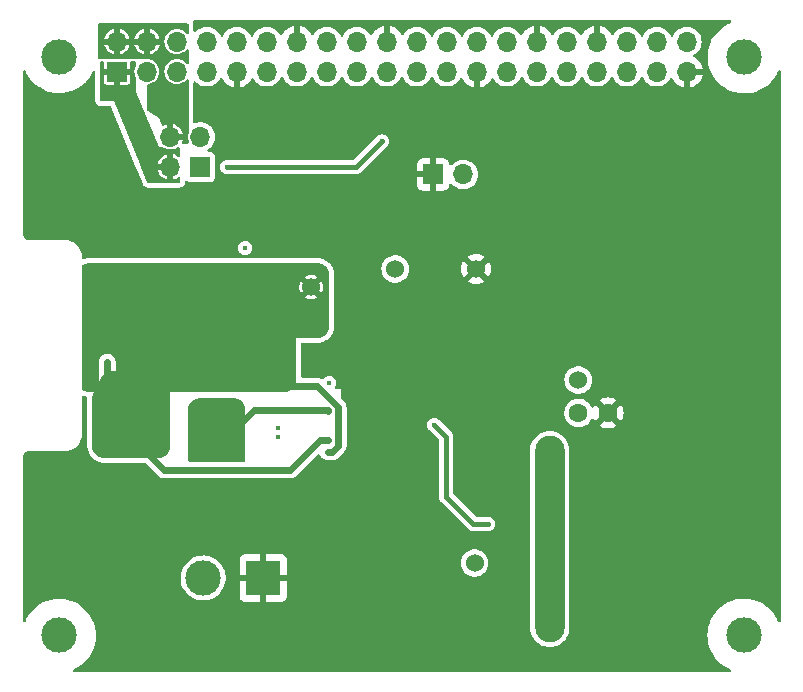
<source format=gbl>
G04 #@! TF.GenerationSoftware,KiCad,Pcbnew,(6.0.9-0)*
G04 #@! TF.CreationDate,2023-02-01T16:38:20-05:00*
G04 #@! TF.ProjectId,LM5116-05,4c4d3531-3136-42d3-9035-2e6b69636164,rev?*
G04 #@! TF.SameCoordinates,Original*
G04 #@! TF.FileFunction,Copper,L2,Bot*
G04 #@! TF.FilePolarity,Positive*
%FSLAX46Y46*%
G04 Gerber Fmt 4.6, Leading zero omitted, Abs format (unit mm)*
G04 Created by KiCad (PCBNEW (6.0.9-0)) date 2023-02-01 16:38:20*
%MOMM*%
%LPD*%
G01*
G04 APERTURE LIST*
G04 #@! TA.AperFunction,WasherPad*
%ADD10C,3.000000*%
G04 #@! TD*
G04 #@! TA.AperFunction,ComponentPad*
%ADD11O,1.700000X1.700000*%
G04 #@! TD*
G04 #@! TA.AperFunction,ComponentPad*
%ADD12R,1.700000X1.700000*%
G04 #@! TD*
G04 #@! TA.AperFunction,ComponentPad*
%ADD13R,3.000000X3.000000*%
G04 #@! TD*
G04 #@! TA.AperFunction,ComponentPad*
%ADD14C,3.000000*%
G04 #@! TD*
G04 #@! TA.AperFunction,ComponentPad*
%ADD15O,2.500000X17.500000*%
G04 #@! TD*
G04 #@! TA.AperFunction,ComponentPad*
%ADD16C,1.524000*%
G04 #@! TD*
G04 #@! TA.AperFunction,ComponentPad*
%ADD17C,1.600000*%
G04 #@! TD*
G04 #@! TA.AperFunction,ViaPad*
%ADD18C,0.400000*%
G04 #@! TD*
G04 #@! TA.AperFunction,Conductor*
%ADD19C,0.250000*%
G04 #@! TD*
G04 #@! TA.AperFunction,Conductor*
%ADD20C,0.400000*%
G04 #@! TD*
G04 #@! TA.AperFunction,Conductor*
%ADD21C,0.600000*%
G04 #@! TD*
G04 APERTURE END LIST*
D10*
X82040000Y-64310000D03*
X140040000Y-64330000D03*
X82040000Y-113320000D03*
X140030000Y-113310000D03*
D11*
X91440000Y-71120000D03*
X93980000Y-71120000D03*
X91440000Y-73660000D03*
D12*
X93980000Y-73660000D03*
D13*
X99314000Y-108458000D03*
D14*
X94234000Y-108458000D03*
D12*
X113700000Y-74295000D03*
D11*
X116240000Y-74295000D03*
D15*
X123571000Y-105156000D03*
D16*
X103378000Y-83820000D03*
X125984000Y-91694000D03*
X117202000Y-107188000D03*
X117348000Y-82296000D03*
D17*
X128504000Y-94488000D03*
X126004000Y-94488000D03*
D16*
X110490000Y-82296000D03*
D12*
X86920000Y-65590000D03*
D11*
X86920000Y-63050000D03*
X89460000Y-65590000D03*
X89460000Y-63050000D03*
X92000000Y-65590000D03*
X92000000Y-63050000D03*
X94540000Y-65590000D03*
X94540000Y-63050000D03*
X97080000Y-65590000D03*
X97080000Y-63050000D03*
X99620000Y-65590000D03*
X99620000Y-63050000D03*
X102160000Y-65590000D03*
X102160000Y-63050000D03*
X104700000Y-65590000D03*
X104700000Y-63050000D03*
X107240000Y-65590000D03*
X107240000Y-63050000D03*
X109780000Y-65590000D03*
X109780000Y-63050000D03*
X112320000Y-65590000D03*
X112320000Y-63050000D03*
X114860000Y-65590000D03*
X114860000Y-63050000D03*
X117400000Y-65590000D03*
X117400000Y-63050000D03*
X119940000Y-65590000D03*
X119940000Y-63050000D03*
X122480000Y-65590000D03*
X122480000Y-63050000D03*
X125020000Y-65590000D03*
X125020000Y-63050000D03*
X127560000Y-65590000D03*
X127560000Y-63050000D03*
X130100000Y-65590000D03*
X130100000Y-63050000D03*
X132640000Y-65590000D03*
X132640000Y-63050000D03*
X135180000Y-65590000D03*
X135180000Y-63050000D03*
D18*
X109220000Y-98806000D03*
X102616000Y-76454000D03*
X109220000Y-95758000D03*
X95504000Y-102616000D03*
X94996000Y-101092000D03*
X94996000Y-100330000D03*
X109351000Y-92841000D03*
X108458000Y-92964000D03*
X95250000Y-77724000D03*
X96012000Y-77724000D03*
X109351000Y-93726000D03*
X108523500Y-95758000D03*
X102616000Y-77216000D03*
X108523500Y-93660500D03*
X95504000Y-103632000D03*
X109220000Y-99822000D03*
X109347000Y-71501000D03*
X96266000Y-73660000D03*
X97790000Y-80518000D03*
X88646000Y-88900000D03*
X104779000Y-97790000D03*
X95504000Y-92202000D03*
X87884000Y-88900000D03*
X90678000Y-88138000D03*
X89408000Y-88900000D03*
X98552000Y-92202000D03*
X88646000Y-90424000D03*
X89662000Y-90424000D03*
X90678000Y-88900000D03*
X87122000Y-88900000D03*
X97536000Y-92202000D03*
X90678000Y-89662000D03*
X90678000Y-90424000D03*
X87630000Y-90424000D03*
X96520000Y-92202000D03*
X86360000Y-88900000D03*
X113792000Y-95504000D03*
X118364000Y-103886000D03*
X100584000Y-95758000D03*
X100584000Y-96520000D03*
X104902000Y-91948000D03*
X86106000Y-90170000D03*
X104779000Y-96774000D03*
X95758000Y-97028000D03*
X104902000Y-94234000D03*
D19*
X119940000Y-66060000D02*
X119940000Y-65590000D01*
D20*
X109347000Y-71501000D02*
X107188000Y-73660000D01*
X107188000Y-73660000D02*
X96266000Y-73660000D01*
D21*
X105156000Y-97790000D02*
X104779000Y-97790000D01*
X105664000Y-97282000D02*
X105156000Y-97790000D01*
X103859949Y-92202000D02*
X105664000Y-94006051D01*
X105664000Y-94006051D02*
X105664000Y-97282000D01*
X98552000Y-92202000D02*
X103859949Y-92202000D01*
D20*
X114808000Y-96520000D02*
X114808000Y-101600000D01*
X113792000Y-95504000D02*
X114808000Y-96520000D01*
X114808000Y-101600000D02*
X117094000Y-103886000D01*
X117094000Y-103886000D02*
X118364000Y-103886000D01*
D21*
X104779000Y-96774000D02*
X104140000Y-96774000D01*
X86106000Y-94488000D02*
X86106000Y-90170000D01*
X104140000Y-96774000D02*
X101600000Y-99314000D01*
X101600000Y-99314000D02*
X90932000Y-99314000D01*
X90932000Y-99314000D02*
X86106000Y-94488000D01*
X98552000Y-94234000D02*
X104760579Y-94234000D01*
X104760579Y-94234000D02*
X104831290Y-94304711D01*
X95758000Y-97028000D02*
X98552000Y-94234000D01*
G04 #@! TA.AperFunction,Conductor*
G36*
X103906843Y-81788477D02*
G01*
X104087388Y-81806259D01*
X104106418Y-81810045D01*
X104190886Y-81835667D01*
X104275353Y-81861290D01*
X104293283Y-81868717D01*
X104448969Y-81951933D01*
X104465106Y-81962715D01*
X104520163Y-82007898D01*
X104601573Y-82074710D01*
X104615290Y-82088427D01*
X104682102Y-82169837D01*
X104727285Y-82224894D01*
X104738067Y-82241031D01*
X104821283Y-82396717D01*
X104828710Y-82414647D01*
X104879955Y-82583580D01*
X104883741Y-82602614D01*
X104901523Y-82783157D01*
X104902000Y-82792861D01*
X104902000Y-87133139D01*
X104901523Y-87142843D01*
X104883741Y-87323386D01*
X104879955Y-87342420D01*
X104828710Y-87511353D01*
X104821283Y-87529283D01*
X104738067Y-87684969D01*
X104727285Y-87701106D01*
X104615290Y-87837573D01*
X104601573Y-87851290D01*
X104520163Y-87918102D01*
X104465106Y-87963285D01*
X104448969Y-87974067D01*
X104293283Y-88057283D01*
X104275353Y-88064710D01*
X104190887Y-88090332D01*
X104106418Y-88115955D01*
X104087388Y-88119741D01*
X103906843Y-88137523D01*
X103897139Y-88138000D01*
X102108000Y-88138000D01*
X102108000Y-91705139D01*
X102107523Y-91714843D01*
X102089741Y-91895386D01*
X102085955Y-91914420D01*
X102034710Y-92083353D01*
X102027283Y-92101283D01*
X101944067Y-92256969D01*
X101933285Y-92273106D01*
X101821290Y-92409573D01*
X101807573Y-92423290D01*
X101764554Y-92458595D01*
X101671106Y-92535285D01*
X101654969Y-92546067D01*
X101499283Y-92629283D01*
X101481353Y-92636710D01*
X101465256Y-92641593D01*
X101312418Y-92687955D01*
X101293388Y-92691741D01*
X101112843Y-92709523D01*
X101103139Y-92710000D01*
X86905500Y-92710000D01*
X86847309Y-92691093D01*
X86811345Y-92641593D01*
X86806500Y-92611000D01*
X86806500Y-90127484D01*
X86791276Y-90001680D01*
X86731345Y-89843077D01*
X86635312Y-89703349D01*
X86508721Y-89590560D01*
X86358881Y-89511224D01*
X86276661Y-89490572D01*
X86200231Y-89471373D01*
X86200228Y-89471373D01*
X86194441Y-89469919D01*
X86108841Y-89469471D01*
X86030861Y-89469062D01*
X86030859Y-89469062D01*
X86024895Y-89469031D01*
X86019099Y-89470423D01*
X86019095Y-89470423D01*
X85911703Y-89496207D01*
X85860032Y-89508612D01*
X85784701Y-89547493D01*
X85714675Y-89583636D01*
X85714673Y-89583638D01*
X85709369Y-89586375D01*
X85581604Y-89697831D01*
X85484113Y-89836547D01*
X85422524Y-89994513D01*
X85405500Y-90123826D01*
X85405500Y-92611000D01*
X85386593Y-92669191D01*
X85337093Y-92705155D01*
X85306500Y-92710000D01*
X84570861Y-92710000D01*
X84561157Y-92709523D01*
X84380612Y-92691741D01*
X84361582Y-92687955D01*
X84208744Y-92641593D01*
X84192647Y-92636710D01*
X84174717Y-92629283D01*
X84019030Y-92546067D01*
X84019026Y-92546065D01*
X84002864Y-92535260D01*
X84002660Y-92535093D01*
X83969697Y-92483549D01*
X83966500Y-92458595D01*
X83966500Y-84692168D01*
X102870315Y-84692168D01*
X102877543Y-84699678D01*
X102966658Y-84749484D01*
X102975492Y-84753344D01*
X103155037Y-84811681D01*
X103164437Y-84813748D01*
X103351902Y-84836101D01*
X103361529Y-84836303D01*
X103549754Y-84821820D01*
X103559245Y-84820146D01*
X103741066Y-84769381D01*
X103750063Y-84765891D01*
X103878658Y-84700934D01*
X103886698Y-84692950D01*
X103881506Y-84682716D01*
X103389086Y-84190296D01*
X103377203Y-84184242D01*
X103372172Y-84185038D01*
X102875792Y-84681418D01*
X102870315Y-84692168D01*
X83966500Y-84692168D01*
X83966500Y-83810622D01*
X102361607Y-83810622D01*
X102377404Y-83998750D01*
X102379142Y-84008218D01*
X102431177Y-84189687D01*
X102434728Y-84198655D01*
X102497290Y-84320388D01*
X102505417Y-84328459D01*
X102515481Y-84323309D01*
X103007704Y-83831086D01*
X103012946Y-83820797D01*
X103742242Y-83820797D01*
X103743038Y-83825828D01*
X104239322Y-84322112D01*
X104250177Y-84327643D01*
X104257585Y-84320564D01*
X104304593Y-84237815D01*
X104308508Y-84229020D01*
X104368099Y-84049883D01*
X104370233Y-84040489D01*
X104394153Y-83851145D01*
X104394540Y-83845620D01*
X104394858Y-83822771D01*
X104394626Y-83817241D01*
X104376002Y-83627302D01*
X104374132Y-83617854D01*
X104319566Y-83437123D01*
X104315896Y-83428219D01*
X104258376Y-83320039D01*
X104249959Y-83311911D01*
X104240241Y-83316969D01*
X103748296Y-83808914D01*
X103742242Y-83820797D01*
X103012946Y-83820797D01*
X103013758Y-83819203D01*
X103012962Y-83814172D01*
X102516449Y-83317659D01*
X102505807Y-83312237D01*
X102498192Y-83319616D01*
X102445668Y-83415156D01*
X102441869Y-83424019D01*
X102384790Y-83603958D01*
X102382785Y-83613389D01*
X102361741Y-83800994D01*
X102361607Y-83810622D01*
X83966500Y-83810622D01*
X83966500Y-82947749D01*
X102869744Y-82947749D01*
X102874848Y-82957638D01*
X103366914Y-83449704D01*
X103378797Y-83455758D01*
X103383828Y-83454962D01*
X103880512Y-82958278D01*
X103885879Y-82947744D01*
X103878352Y-82940030D01*
X103776317Y-82884860D01*
X103767446Y-82881131D01*
X103587097Y-82825303D01*
X103577665Y-82823367D01*
X103389915Y-82803634D01*
X103380277Y-82803567D01*
X103192273Y-82820676D01*
X103182807Y-82822482D01*
X103001711Y-82875782D01*
X102992770Y-82879395D01*
X102877848Y-82939475D01*
X102869744Y-82947749D01*
X83966500Y-82947749D01*
X83966500Y-82039405D01*
X83985407Y-81981214D01*
X84002657Y-81962909D01*
X84002864Y-81962740D01*
X84019026Y-81951935D01*
X84174717Y-81868717D01*
X84192647Y-81861290D01*
X84277114Y-81835667D01*
X84361582Y-81810045D01*
X84380612Y-81806259D01*
X84561157Y-81788477D01*
X84570861Y-81788000D01*
X103897139Y-81788000D01*
X103906843Y-81788477D01*
G37*
G04 #@! TD.AperFunction*
G04 #@! TA.AperFunction,Conductor*
G36*
X96794843Y-93218477D02*
G01*
X96975388Y-93236259D01*
X96994418Y-93240045D01*
X97078886Y-93265667D01*
X97163353Y-93291290D01*
X97181283Y-93298717D01*
X97336969Y-93381933D01*
X97353106Y-93392715D01*
X97489573Y-93504710D01*
X97503290Y-93518427D01*
X97570102Y-93599837D01*
X97615285Y-93654894D01*
X97626067Y-93671031D01*
X97709283Y-93826717D01*
X97716710Y-93844647D01*
X97767955Y-94013580D01*
X97771741Y-94032614D01*
X97789523Y-94213157D01*
X97790000Y-94222861D01*
X97790000Y-98514500D01*
X97771093Y-98572691D01*
X97721593Y-98608655D01*
X97691000Y-98613500D01*
X93063000Y-98613500D01*
X93004809Y-98594593D01*
X92968845Y-98545093D01*
X92964000Y-98514500D01*
X92964000Y-94222861D01*
X92964477Y-94213157D01*
X92982259Y-94032614D01*
X92986045Y-94013580D01*
X93037290Y-93844647D01*
X93044717Y-93826717D01*
X93127933Y-93671031D01*
X93138715Y-93654894D01*
X93183898Y-93599837D01*
X93250710Y-93518427D01*
X93264427Y-93504710D01*
X93400894Y-93392715D01*
X93417031Y-93381933D01*
X93572717Y-93298717D01*
X93590647Y-93291290D01*
X93675114Y-93265667D01*
X93759582Y-93240045D01*
X93778612Y-93236259D01*
X93959157Y-93218477D01*
X93968861Y-93218000D01*
X96785139Y-93218000D01*
X96794843Y-93218477D01*
G37*
G04 #@! TD.AperFunction*
G04 #@! TA.AperFunction,Conductor*
G36*
X138885307Y-61238113D02*
G01*
X138931800Y-61291769D01*
X138941904Y-61362043D01*
X138912410Y-61426623D01*
X138864386Y-61460936D01*
X138721055Y-61518845D01*
X138721051Y-61518847D01*
X138717791Y-61520164D01*
X138714704Y-61521833D01*
X138714700Y-61521835D01*
X138608912Y-61579034D01*
X138412822Y-61685060D01*
X138128134Y-61882923D01*
X138125492Y-61885236D01*
X138125488Y-61885239D01*
X137962522Y-62027905D01*
X137867276Y-62111287D01*
X137633499Y-62367306D01*
X137429717Y-62647787D01*
X137427975Y-62650853D01*
X137427974Y-62650855D01*
X137420281Y-62664397D01*
X137258470Y-62949237D01*
X137194226Y-63099131D01*
X137124207Y-63262498D01*
X137121893Y-63267896D01*
X137117032Y-63283998D01*
X137026994Y-63582217D01*
X137021687Y-63599793D01*
X137003663Y-63697996D01*
X136961273Y-63928965D01*
X136959102Y-63940792D01*
X136934918Y-64286642D01*
X136949436Y-64633032D01*
X136970623Y-64769891D01*
X137001190Y-64967344D01*
X137002475Y-64975646D01*
X137003397Y-64979038D01*
X137003397Y-64979040D01*
X137004296Y-64982350D01*
X137093375Y-65310212D01*
X137221001Y-65632560D01*
X137222647Y-65635656D01*
X137222649Y-65635660D01*
X137274142Y-65732503D01*
X137383765Y-65938673D01*
X137385750Y-65941572D01*
X137577645Y-66221829D01*
X137577650Y-66221835D01*
X137579636Y-66224736D01*
X137806173Y-66487182D01*
X137808743Y-66489562D01*
X137808747Y-66489566D01*
X137883548Y-66558832D01*
X138060553Y-66722740D01*
X138063375Y-66724821D01*
X138063378Y-66724823D01*
X138139918Y-66781253D01*
X138339605Y-66928475D01*
X138639852Y-67101823D01*
X138957550Y-67240621D01*
X138960906Y-67241660D01*
X138960909Y-67241661D01*
X139098630Y-67284293D01*
X139288739Y-67343142D01*
X139292191Y-67343800D01*
X139292197Y-67343802D01*
X139625842Y-67407448D01*
X139625847Y-67407449D01*
X139629293Y-67408106D01*
X139857780Y-67425687D01*
X139971469Y-67434435D01*
X139971470Y-67434435D01*
X139974966Y-67434704D01*
X140204159Y-67426700D01*
X140317933Y-67422727D01*
X140317937Y-67422727D01*
X140321449Y-67422604D01*
X140324928Y-67422090D01*
X140324931Y-67422090D01*
X140660932Y-67372474D01*
X140660938Y-67372473D01*
X140664424Y-67371958D01*
X140667828Y-67371059D01*
X140667831Y-67371058D01*
X140996226Y-67284293D01*
X140996227Y-67284293D01*
X140999617Y-67283397D01*
X141322848Y-67158023D01*
X141630090Y-66997401D01*
X141779381Y-66896703D01*
X141914597Y-66805499D01*
X141914599Y-66805498D01*
X141917513Y-66803532D01*
X141937317Y-66786678D01*
X142178861Y-66581107D01*
X142178862Y-66581106D01*
X142181534Y-66578832D01*
X142270097Y-66484522D01*
X142416452Y-66328671D01*
X142416456Y-66328666D01*
X142418863Y-66326103D01*
X142420968Y-66323289D01*
X142420974Y-66323282D01*
X142624432Y-66051313D01*
X142626541Y-66048494D01*
X142643652Y-66019330D01*
X142729598Y-65872837D01*
X142801980Y-65749465D01*
X142886383Y-65559894D01*
X142904749Y-65518644D01*
X142950730Y-65464548D01*
X143018657Y-65443899D01*
X143086965Y-65463252D01*
X143133966Y-65516462D01*
X143145856Y-65569892D01*
X143145854Y-79537294D01*
X143145851Y-112096869D01*
X143125849Y-112164990D01*
X143072193Y-112211483D01*
X143001919Y-112221586D01*
X142937339Y-112192093D01*
X142903358Y-112144884D01*
X142831875Y-111971452D01*
X142831871Y-111971444D01*
X142830537Y-111968207D01*
X142663516Y-111664397D01*
X142463670Y-111381097D01*
X142233490Y-111121839D01*
X141975846Y-110889856D01*
X141693948Y-110688037D01*
X141690885Y-110686325D01*
X141690880Y-110686322D01*
X141412281Y-110530618D01*
X141391311Y-110518898D01*
X141388066Y-110517534D01*
X141388062Y-110517532D01*
X141115090Y-110402786D01*
X141071706Y-110384549D01*
X141068343Y-110383559D01*
X141068334Y-110383556D01*
X140863222Y-110323189D01*
X140739117Y-110286663D01*
X140430181Y-110232189D01*
X140401150Y-110227070D01*
X140401148Y-110227070D01*
X140397690Y-110226460D01*
X140394181Y-110226239D01*
X140394179Y-110226239D01*
X140055198Y-110204912D01*
X140055192Y-110204912D01*
X140051680Y-110204691D01*
X139953499Y-110209493D01*
X139708906Y-110221455D01*
X139708897Y-110221456D01*
X139705399Y-110221627D01*
X139701931Y-110222189D01*
X139701928Y-110222189D01*
X139366639Y-110276494D01*
X139366636Y-110276495D01*
X139363164Y-110277057D01*
X139359777Y-110278003D01*
X139359771Y-110278004D01*
X139086987Y-110354167D01*
X139029241Y-110370290D01*
X138927678Y-110411324D01*
X138711055Y-110498845D01*
X138711051Y-110498847D01*
X138707791Y-110500164D01*
X138704704Y-110501833D01*
X138704700Y-110501835D01*
X138651467Y-110530618D01*
X138402822Y-110665060D01*
X138118134Y-110862923D01*
X138115492Y-110865236D01*
X138115488Y-110865239D01*
X138073253Y-110902213D01*
X137857276Y-111091287D01*
X137623499Y-111347306D01*
X137419717Y-111627787D01*
X137417975Y-111630853D01*
X137417974Y-111630855D01*
X137414036Y-111637787D01*
X137248470Y-111929237D01*
X137180152Y-112088635D01*
X137127500Y-112211483D01*
X137111893Y-112247896D01*
X137011687Y-112579793D01*
X137002726Y-112628617D01*
X136951072Y-112910060D01*
X136949102Y-112920792D01*
X136924918Y-113266642D01*
X136939436Y-113613032D01*
X136941930Y-113629140D01*
X136972512Y-113826689D01*
X136992475Y-113955646D01*
X137083375Y-114290212D01*
X137211001Y-114612560D01*
X137212647Y-114615656D01*
X137212649Y-114615660D01*
X137273161Y-114729465D01*
X137373765Y-114918673D01*
X137375750Y-114921572D01*
X137567645Y-115201829D01*
X137567650Y-115201835D01*
X137569636Y-115204736D01*
X137796173Y-115467182D01*
X138050553Y-115702740D01*
X138053375Y-115704821D01*
X138053378Y-115704823D01*
X138146872Y-115773753D01*
X138329605Y-115908475D01*
X138629852Y-116081823D01*
X138809258Y-116160203D01*
X138844613Y-116175649D01*
X138899028Y-116221250D01*
X138920152Y-116289032D01*
X138901277Y-116357473D01*
X138848396Y-116404845D01*
X138794169Y-116417111D01*
X83302374Y-116417111D01*
X83234253Y-116397109D01*
X83187760Y-116343453D01*
X83177656Y-116273179D01*
X83207150Y-116208599D01*
X83256809Y-116173638D01*
X83291446Y-116160203D01*
X83322848Y-116148023D01*
X83630090Y-115987401D01*
X83875328Y-115821986D01*
X83914597Y-115795499D01*
X83914599Y-115795498D01*
X83917513Y-115793532D01*
X84021746Y-115704823D01*
X84178861Y-115571107D01*
X84178862Y-115571106D01*
X84181534Y-115568832D01*
X84304056Y-115438360D01*
X84416452Y-115318671D01*
X84416456Y-115318666D01*
X84418863Y-115316103D01*
X84420968Y-115313289D01*
X84420974Y-115313282D01*
X84624432Y-115041313D01*
X84626541Y-115038494D01*
X84690973Y-114928673D01*
X84725479Y-114869858D01*
X84801980Y-114739465D01*
X84942994Y-114422744D01*
X85047824Y-114092278D01*
X85115164Y-113752186D01*
X85131074Y-113562716D01*
X85143991Y-113408891D01*
X85143992Y-113408880D01*
X85144174Y-113406707D01*
X85144226Y-113403054D01*
X85145355Y-113322178D01*
X85145355Y-113322166D01*
X85145385Y-113320000D01*
X85126032Y-112973846D01*
X85117655Y-112924314D01*
X85083242Y-112720853D01*
X121920500Y-112720853D01*
X121935779Y-112914994D01*
X121936933Y-112919801D01*
X121936934Y-112919807D01*
X121975220Y-113079276D01*
X121996427Y-113167610D01*
X121998320Y-113172181D01*
X121998321Y-113172183D01*
X122058650Y-113317828D01*
X122095846Y-113407628D01*
X122231588Y-113629140D01*
X122400311Y-113826689D01*
X122597860Y-113995412D01*
X122819372Y-114131154D01*
X122823942Y-114133047D01*
X122823946Y-114133049D01*
X122935034Y-114179063D01*
X123059390Y-114230573D01*
X123147724Y-114251780D01*
X123307193Y-114290066D01*
X123307199Y-114290067D01*
X123312006Y-114291221D01*
X123571000Y-114311604D01*
X123829994Y-114291221D01*
X123834801Y-114290067D01*
X123834807Y-114290066D01*
X123994276Y-114251780D01*
X124082610Y-114230573D01*
X124206966Y-114179063D01*
X124318054Y-114133049D01*
X124318058Y-114133047D01*
X124322628Y-114131154D01*
X124544140Y-113995412D01*
X124741689Y-113826689D01*
X124910412Y-113629140D01*
X125046154Y-113407628D01*
X125083351Y-113317828D01*
X125143679Y-113172183D01*
X125143680Y-113172181D01*
X125145573Y-113167610D01*
X125166780Y-113079276D01*
X125205066Y-112919807D01*
X125205067Y-112919801D01*
X125206221Y-112914994D01*
X125221500Y-112720853D01*
X125221500Y-97591147D01*
X125220626Y-97580031D01*
X125207881Y-97418100D01*
X125206221Y-97397006D01*
X125205067Y-97392199D01*
X125205066Y-97392193D01*
X125146728Y-97149202D01*
X125145573Y-97144390D01*
X125137824Y-97125682D01*
X125048049Y-96908946D01*
X125048047Y-96908942D01*
X125046154Y-96904372D01*
X124910412Y-96682860D01*
X124741689Y-96485311D01*
X124544140Y-96316588D01*
X124322628Y-96180846D01*
X124318058Y-96178953D01*
X124318054Y-96178951D01*
X124087183Y-96083321D01*
X124087181Y-96083320D01*
X124082610Y-96081427D01*
X123994276Y-96060220D01*
X123834807Y-96021934D01*
X123834801Y-96021933D01*
X123829994Y-96020779D01*
X123571000Y-96000396D01*
X123312006Y-96020779D01*
X123307199Y-96021933D01*
X123307193Y-96021934D01*
X123147724Y-96060220D01*
X123059390Y-96081427D01*
X123054819Y-96083320D01*
X123054817Y-96083321D01*
X122823946Y-96178951D01*
X122823942Y-96178953D01*
X122819372Y-96180846D01*
X122597860Y-96316588D01*
X122400311Y-96485311D01*
X122231588Y-96682860D01*
X122095846Y-96904372D01*
X122093953Y-96908942D01*
X122093951Y-96908946D01*
X122004176Y-97125682D01*
X121996427Y-97144390D01*
X121995272Y-97149202D01*
X121936934Y-97392193D01*
X121936933Y-97392199D01*
X121935779Y-97397006D01*
X121934119Y-97418100D01*
X121921375Y-97580031D01*
X121920500Y-97591147D01*
X121920500Y-112720853D01*
X85083242Y-112720853D01*
X85068803Y-112635488D01*
X85068802Y-112635484D01*
X85068214Y-112632007D01*
X84972652Y-112298742D01*
X84889446Y-112096869D01*
X84841875Y-111981452D01*
X84841871Y-111981444D01*
X84840537Y-111978207D01*
X84673516Y-111674397D01*
X84473670Y-111391097D01*
X84243490Y-111131839D01*
X83985846Y-110899856D01*
X83703948Y-110698037D01*
X83700885Y-110696325D01*
X83700880Y-110696322D01*
X83545878Y-110609694D01*
X83401311Y-110528898D01*
X83398066Y-110527534D01*
X83398062Y-110527532D01*
X83084948Y-110395912D01*
X83081706Y-110394549D01*
X83078343Y-110393559D01*
X83078334Y-110393556D01*
X82799328Y-110311441D01*
X82749117Y-110296663D01*
X82476065Y-110248516D01*
X82411150Y-110237070D01*
X82411148Y-110237070D01*
X82407690Y-110236460D01*
X82404181Y-110236239D01*
X82404179Y-110236239D01*
X82065198Y-110214912D01*
X82065192Y-110214912D01*
X82061680Y-110214691D01*
X81963499Y-110219493D01*
X81718906Y-110231455D01*
X81718897Y-110231456D01*
X81715399Y-110231627D01*
X81711931Y-110232189D01*
X81711928Y-110232189D01*
X81376639Y-110286494D01*
X81376636Y-110286495D01*
X81373164Y-110287057D01*
X81369777Y-110288003D01*
X81369771Y-110288004D01*
X81218897Y-110330129D01*
X81039241Y-110380290D01*
X80962429Y-110411324D01*
X80721055Y-110508845D01*
X80721051Y-110508847D01*
X80717791Y-110510164D01*
X80714704Y-110511833D01*
X80714700Y-110511835D01*
X80683143Y-110528898D01*
X80412822Y-110675060D01*
X80128134Y-110872923D01*
X80125492Y-110875236D01*
X80125488Y-110875239D01*
X80094676Y-110902213D01*
X79867276Y-111101287D01*
X79633499Y-111357306D01*
X79429717Y-111637787D01*
X79258470Y-111939237D01*
X79190909Y-112096869D01*
X79189025Y-112101265D01*
X79143805Y-112155997D01*
X79076173Y-112177593D01*
X79007601Y-112159196D01*
X78959861Y-112106647D01*
X78947214Y-112051602D01*
X78947230Y-111975132D01*
X78947954Y-108398151D01*
X92329585Y-108398151D01*
X92329760Y-108402602D01*
X92336763Y-108580820D01*
X92340152Y-108667083D01*
X92388505Y-108931843D01*
X92473682Y-109187148D01*
X92593981Y-109427905D01*
X92747003Y-109649309D01*
X92750025Y-109652578D01*
X92926679Y-109843682D01*
X92926684Y-109843687D01*
X92929695Y-109846944D01*
X93138411Y-110016866D01*
X93142229Y-110019165D01*
X93142231Y-110019166D01*
X93365170Y-110153386D01*
X93368987Y-110155684D01*
X93373082Y-110157418D01*
X93373084Y-110157419D01*
X93612721Y-110258892D01*
X93612728Y-110258894D01*
X93616822Y-110260628D01*
X93712710Y-110286052D01*
X93872675Y-110328467D01*
X93872680Y-110328468D01*
X93876972Y-110329606D01*
X93881381Y-110330128D01*
X93881387Y-110330129D01*
X94030289Y-110347752D01*
X94144245Y-110361240D01*
X94413310Y-110354899D01*
X94417708Y-110354167D01*
X94674406Y-110311441D01*
X94674410Y-110311440D01*
X94678796Y-110310710D01*
X94683037Y-110309369D01*
X94683040Y-110309368D01*
X94931162Y-110230897D01*
X94931164Y-110230896D01*
X94935408Y-110229554D01*
X94939419Y-110227628D01*
X94939424Y-110227626D01*
X95174006Y-110114981D01*
X95174007Y-110114980D01*
X95178025Y-110113051D01*
X95256895Y-110060352D01*
X95343224Y-110002669D01*
X97306001Y-110002669D01*
X97306371Y-110009490D01*
X97311895Y-110060352D01*
X97315521Y-110075604D01*
X97360676Y-110196054D01*
X97369214Y-110211649D01*
X97445715Y-110313724D01*
X97458276Y-110326285D01*
X97560351Y-110402786D01*
X97575946Y-110411324D01*
X97696394Y-110456478D01*
X97711649Y-110460105D01*
X97762514Y-110465631D01*
X97769328Y-110466000D01*
X99041885Y-110466000D01*
X99057124Y-110461525D01*
X99058329Y-110460135D01*
X99060000Y-110452452D01*
X99060000Y-110447884D01*
X99568000Y-110447884D01*
X99572475Y-110463123D01*
X99573865Y-110464328D01*
X99581548Y-110465999D01*
X100858669Y-110465999D01*
X100865490Y-110465629D01*
X100916352Y-110460105D01*
X100931604Y-110456479D01*
X101052054Y-110411324D01*
X101067649Y-110402786D01*
X101169724Y-110326285D01*
X101182285Y-110313724D01*
X101258786Y-110211649D01*
X101267324Y-110196054D01*
X101312478Y-110075606D01*
X101316105Y-110060351D01*
X101321631Y-110009486D01*
X101322000Y-110002672D01*
X101322000Y-108730115D01*
X101317525Y-108714876D01*
X101316135Y-108713671D01*
X101308452Y-108712000D01*
X99586115Y-108712000D01*
X99570876Y-108716475D01*
X99569671Y-108717865D01*
X99568000Y-108725548D01*
X99568000Y-110447884D01*
X99060000Y-110447884D01*
X99060000Y-108730115D01*
X99055525Y-108714876D01*
X99054135Y-108713671D01*
X99046452Y-108712000D01*
X97324116Y-108712000D01*
X97308877Y-108716475D01*
X97307672Y-108717865D01*
X97306001Y-108725548D01*
X97306001Y-110002669D01*
X95343224Y-110002669D01*
X95398098Y-109966004D01*
X95398102Y-109966001D01*
X95401806Y-109963526D01*
X95405123Y-109960555D01*
X95405127Y-109960552D01*
X95598970Y-109786931D01*
X95602286Y-109783961D01*
X95615180Y-109768622D01*
X95772601Y-109581348D01*
X95772606Y-109581342D01*
X95775465Y-109577940D01*
X95917887Y-109349572D01*
X96026712Y-109103416D01*
X96099767Y-108844382D01*
X96135595Y-108577638D01*
X96139355Y-108458000D01*
X96120347Y-108189533D01*
X96119562Y-108185885D01*
X97306000Y-108185885D01*
X97310475Y-108201124D01*
X97311865Y-108202329D01*
X97319548Y-108204000D01*
X99041885Y-108204000D01*
X99057124Y-108199525D01*
X99058329Y-108198135D01*
X99060000Y-108190452D01*
X99060000Y-108185885D01*
X99568000Y-108185885D01*
X99572475Y-108201124D01*
X99573865Y-108202329D01*
X99581548Y-108204000D01*
X101303884Y-108204000D01*
X101319123Y-108199525D01*
X101320328Y-108198135D01*
X101321999Y-108190452D01*
X101321999Y-107157439D01*
X116034920Y-107157439D01*
X116048894Y-107370634D01*
X116101485Y-107577713D01*
X116190933Y-107771740D01*
X116194266Y-107776456D01*
X116297299Y-107922245D01*
X116314241Y-107946218D01*
X116467281Y-108095302D01*
X116644927Y-108214001D01*
X116650230Y-108216279D01*
X116650233Y-108216281D01*
X116835922Y-108296059D01*
X116841229Y-108298339D01*
X116942993Y-108321366D01*
X117043977Y-108344217D01*
X117043980Y-108344217D01*
X117049613Y-108345492D01*
X117055384Y-108345719D01*
X117055386Y-108345719D01*
X117120363Y-108348272D01*
X117263101Y-108353880D01*
X117368822Y-108338551D01*
X117468829Y-108324051D01*
X117468834Y-108324050D01*
X117474543Y-108323222D01*
X117480007Y-108321367D01*
X117480012Y-108321366D01*
X117671389Y-108256402D01*
X117676857Y-108254546D01*
X117863268Y-108150151D01*
X118027533Y-108013533D01*
X118164151Y-107849268D01*
X118268546Y-107662857D01*
X118337222Y-107460543D01*
X118340060Y-107440976D01*
X118367347Y-107252775D01*
X118367880Y-107249101D01*
X118369480Y-107188000D01*
X118351277Y-106989899D01*
X118350459Y-106980998D01*
X118350458Y-106980995D01*
X118349930Y-106975244D01*
X118343092Y-106950996D01*
X118293504Y-106775172D01*
X118293503Y-106775170D01*
X118291936Y-106769613D01*
X118280662Y-106746750D01*
X118199995Y-106583174D01*
X118197440Y-106577993D01*
X118178139Y-106552145D01*
X118073060Y-106411427D01*
X118073059Y-106411426D01*
X118069607Y-106406803D01*
X118065371Y-106402887D01*
X117916957Y-106265695D01*
X117916954Y-106265693D01*
X117912717Y-106261776D01*
X117732025Y-106147768D01*
X117533582Y-106068597D01*
X117527925Y-106067472D01*
X117527919Y-106067470D01*
X117329703Y-106028043D01*
X117329699Y-106028043D01*
X117324035Y-106026916D01*
X117318260Y-106026840D01*
X117318256Y-106026840D01*
X117210997Y-106025436D01*
X117110401Y-106024119D01*
X117104704Y-106025098D01*
X117104703Y-106025098D01*
X116905531Y-106059322D01*
X116899834Y-106060301D01*
X116699387Y-106134250D01*
X116694426Y-106137202D01*
X116694425Y-106137202D01*
X116520740Y-106240533D01*
X116520737Y-106240535D01*
X116515772Y-106243489D01*
X116511432Y-106247295D01*
X116511428Y-106247298D01*
X116359481Y-106380553D01*
X116355140Y-106384360D01*
X116222869Y-106552145D01*
X116220180Y-106557256D01*
X116220178Y-106557259D01*
X116178290Y-106636875D01*
X116123389Y-106741225D01*
X116121675Y-106746746D01*
X116121673Y-106746750D01*
X116083965Y-106868192D01*
X116060032Y-106945267D01*
X116034920Y-107157439D01*
X101321999Y-107157439D01*
X101321999Y-106913331D01*
X101321629Y-106906510D01*
X101316105Y-106855648D01*
X101312479Y-106840396D01*
X101267324Y-106719946D01*
X101258786Y-106704351D01*
X101182285Y-106602276D01*
X101169724Y-106589715D01*
X101067649Y-106513214D01*
X101052054Y-106504676D01*
X100931606Y-106459522D01*
X100916351Y-106455895D01*
X100865486Y-106450369D01*
X100858672Y-106450000D01*
X99586115Y-106450000D01*
X99570876Y-106454475D01*
X99569671Y-106455865D01*
X99568000Y-106463548D01*
X99568000Y-108185885D01*
X99060000Y-108185885D01*
X99060000Y-106468116D01*
X99055525Y-106452877D01*
X99054135Y-106451672D01*
X99046452Y-106450001D01*
X97769331Y-106450001D01*
X97762510Y-106450371D01*
X97711648Y-106455895D01*
X97696396Y-106459521D01*
X97575946Y-106504676D01*
X97560351Y-106513214D01*
X97458276Y-106589715D01*
X97445715Y-106602276D01*
X97369214Y-106704351D01*
X97360676Y-106719946D01*
X97315522Y-106840394D01*
X97311895Y-106855649D01*
X97306369Y-106906514D01*
X97306000Y-106913328D01*
X97306000Y-108185885D01*
X96119562Y-108185885D01*
X96111074Y-108146460D01*
X96076694Y-107986778D01*
X96063700Y-107926423D01*
X96044188Y-107873531D01*
X95972090Y-107678101D01*
X95972089Y-107678099D01*
X95970547Y-107673919D01*
X95939249Y-107615913D01*
X95844857Y-107440976D01*
X95842744Y-107437060D01*
X95682843Y-107220571D01*
X95494034Y-107028772D01*
X95423896Y-106975244D01*
X95283623Y-106868192D01*
X95280083Y-106865490D01*
X95227434Y-106836005D01*
X95049147Y-106736159D01*
X95049144Y-106736158D01*
X95045261Y-106733983D01*
X95041122Y-106732382D01*
X95041114Y-106732378D01*
X94855566Y-106660596D01*
X94794251Y-106636875D01*
X94789926Y-106635872D01*
X94789921Y-106635871D01*
X94590789Y-106589715D01*
X94532063Y-106576103D01*
X94263928Y-106552880D01*
X94259493Y-106553124D01*
X94259489Y-106553124D01*
X94150324Y-106559132D01*
X93995196Y-106567669D01*
X93990833Y-106568537D01*
X93990832Y-106568537D01*
X93735596Y-106619307D01*
X93735594Y-106619308D01*
X93731228Y-106620176D01*
X93477292Y-106709352D01*
X93238455Y-106833418D01*
X93234840Y-106836001D01*
X93234834Y-106836005D01*
X93189793Y-106868192D01*
X93019481Y-106989899D01*
X93016254Y-106992977D01*
X93016252Y-106992979D01*
X92837809Y-107163205D01*
X92824740Y-107175672D01*
X92658118Y-107387032D01*
X92612243Y-107466012D01*
X92525173Y-107615913D01*
X92525170Y-107615919D01*
X92522939Y-107619760D01*
X92521269Y-107623883D01*
X92429979Y-107849268D01*
X92421900Y-107869213D01*
X92420829Y-107873526D01*
X92420827Y-107873531D01*
X92385134Y-108017224D01*
X92357017Y-108130414D01*
X92329585Y-108398151D01*
X78947954Y-108398151D01*
X78949925Y-98663542D01*
X78949991Y-98339467D01*
X78951542Y-98319781D01*
X78953441Y-98307792D01*
X78954992Y-98298000D01*
X78953441Y-98288207D01*
X78953441Y-98278289D01*
X78954338Y-98278289D01*
X78953986Y-98262622D01*
X78963843Y-98175144D01*
X78970122Y-98147637D01*
X79006266Y-98044344D01*
X79018508Y-98018923D01*
X79076731Y-97926261D01*
X79094323Y-97904202D01*
X79171702Y-97826823D01*
X79193761Y-97809231D01*
X79286423Y-97751008D01*
X79311844Y-97738766D01*
X79415137Y-97702622D01*
X79442644Y-97696343D01*
X79521194Y-97687492D01*
X79530123Y-97686486D01*
X79545789Y-97686838D01*
X79545789Y-97685941D01*
X79555707Y-97685941D01*
X79565500Y-97687492D01*
X79575628Y-97685888D01*
X79587226Y-97684051D01*
X79606936Y-97682500D01*
X82508564Y-97682500D01*
X82528274Y-97684051D01*
X82550000Y-97687492D01*
X82557680Y-97686276D01*
X82561924Y-97685942D01*
X82562156Y-97685942D01*
X82562611Y-97685888D01*
X82605659Y-97682500D01*
X82772275Y-97669387D01*
X82777082Y-97668233D01*
X82777088Y-97668232D01*
X82958511Y-97624675D01*
X82989076Y-97617337D01*
X83010710Y-97608376D01*
X83190492Y-97533908D01*
X83190496Y-97533906D01*
X83195066Y-97532013D01*
X83385172Y-97415516D01*
X83554714Y-97270714D01*
X83699516Y-97101172D01*
X83816013Y-96911066D01*
X83829120Y-96879425D01*
X83899443Y-96709649D01*
X83899444Y-96709647D01*
X83901337Y-96705076D01*
X83936321Y-96559361D01*
X83952232Y-96493088D01*
X83952233Y-96493082D01*
X83953387Y-96488275D01*
X83969888Y-96278611D01*
X83969942Y-96278156D01*
X83969942Y-96277924D01*
X83970276Y-96273680D01*
X83971492Y-96266000D01*
X83968051Y-96244274D01*
X83966500Y-96224564D01*
X83966500Y-93161747D01*
X83986502Y-93093626D01*
X84040158Y-93047133D01*
X84110432Y-93037029D01*
X84129075Y-93041172D01*
X84243873Y-93075995D01*
X84245399Y-93076377D01*
X84245398Y-93076377D01*
X84280965Y-93085287D01*
X84280975Y-93085289D01*
X84282459Y-93085661D01*
X84301489Y-93089447D01*
X84303016Y-93089673D01*
X84303013Y-93089673D01*
X84322988Y-93092636D01*
X84387436Y-93122416D01*
X84425553Y-93182313D01*
X84430500Y-93217272D01*
X84430500Y-97293139D01*
X84430989Y-97313047D01*
X84431466Y-97322751D01*
X84431524Y-97323532D01*
X84431524Y-97323538D01*
X84432280Y-97333775D01*
X84432930Y-97342589D01*
X84433003Y-97343326D01*
X84433005Y-97343354D01*
X84450561Y-97521604D01*
X84450564Y-97521624D01*
X84450712Y-97523132D01*
X84456550Y-97562493D01*
X84460336Y-97581527D01*
X84470006Y-97620130D01*
X84521251Y-97789063D01*
X84521769Y-97790510D01*
X84521775Y-97790529D01*
X84528467Y-97809231D01*
X84534658Y-97826534D01*
X84542085Y-97844464D01*
X84559098Y-97880435D01*
X84642314Y-98036121D01*
X84662768Y-98070247D01*
X84673550Y-98086384D01*
X84674457Y-98087607D01*
X84674469Y-98087624D01*
X84687320Y-98104951D01*
X84697259Y-98118352D01*
X84809254Y-98254819D01*
X84835978Y-98284305D01*
X84849695Y-98298022D01*
X84879181Y-98324746D01*
X85015648Y-98436741D01*
X85020249Y-98440153D01*
X85046376Y-98459531D01*
X85046393Y-98459543D01*
X85047616Y-98460450D01*
X85063753Y-98471232D01*
X85097879Y-98491686D01*
X85253565Y-98574902D01*
X85254953Y-98575559D01*
X85254962Y-98575563D01*
X85259963Y-98577928D01*
X85289536Y-98591915D01*
X85290955Y-98592503D01*
X85290960Y-98592505D01*
X85295732Y-98594482D01*
X85307466Y-98599342D01*
X85344938Y-98612750D01*
X85346415Y-98613198D01*
X85346430Y-98613203D01*
X85477297Y-98652900D01*
X85513873Y-98663995D01*
X85515399Y-98664377D01*
X85515398Y-98664377D01*
X85550965Y-98673287D01*
X85550975Y-98673289D01*
X85552459Y-98673661D01*
X85571489Y-98677447D01*
X85573016Y-98677673D01*
X85573013Y-98677673D01*
X85609307Y-98683057D01*
X85609317Y-98683058D01*
X85610866Y-98683288D01*
X85612421Y-98683441D01*
X85612436Y-98683443D01*
X85790646Y-98700995D01*
X85790674Y-98700997D01*
X85791411Y-98701070D01*
X85792146Y-98701124D01*
X85792178Y-98701127D01*
X85810462Y-98702476D01*
X85810468Y-98702476D01*
X85811249Y-98702534D01*
X85815523Y-98702744D01*
X85820214Y-98702975D01*
X85820240Y-98702976D01*
X85820953Y-98703011D01*
X85840861Y-98703500D01*
X89278653Y-98703500D01*
X89346774Y-98723502D01*
X89367748Y-98740405D01*
X90416418Y-99789075D01*
X90422271Y-99795340D01*
X90459831Y-99838396D01*
X90511473Y-99874690D01*
X90516758Y-99878616D01*
X90560476Y-99912895D01*
X90560480Y-99912897D01*
X90566457Y-99917584D01*
X90573380Y-99920710D01*
X90576328Y-99922495D01*
X90589288Y-99929887D01*
X90592334Y-99931520D01*
X90598547Y-99935887D01*
X90614303Y-99942030D01*
X90657366Y-99958820D01*
X90663445Y-99961375D01*
X90720984Y-99987355D01*
X90728455Y-99988740D01*
X90731723Y-99989764D01*
X90746164Y-99993877D01*
X90749437Y-99994717D01*
X90756513Y-99997476D01*
X90801183Y-100003356D01*
X90819106Y-100005716D01*
X90825623Y-100006748D01*
X90831418Y-100007822D01*
X90887692Y-100018252D01*
X90895272Y-100017815D01*
X90895273Y-100017815D01*
X90949144Y-100014709D01*
X90956396Y-100014500D01*
X101571359Y-100014500D01*
X101579929Y-100014792D01*
X101629354Y-100018162D01*
X101629358Y-100018162D01*
X101636930Y-100018678D01*
X101644406Y-100017373D01*
X101644409Y-100017373D01*
X101699132Y-100007822D01*
X101705658Y-100006859D01*
X101746096Y-100001965D01*
X101768320Y-99999276D01*
X101775427Y-99996591D01*
X101778720Y-99995782D01*
X101793191Y-99991823D01*
X101796467Y-99990834D01*
X101803954Y-99989527D01*
X101816026Y-99984228D01*
X101861760Y-99964153D01*
X101867866Y-99961661D01*
X101919818Y-99942030D01*
X101919820Y-99942029D01*
X101926923Y-99939345D01*
X101933178Y-99935046D01*
X101936203Y-99933465D01*
X101949299Y-99926175D01*
X101952243Y-99924434D01*
X101959202Y-99921379D01*
X101970259Y-99912895D01*
X102009273Y-99882958D01*
X102014609Y-99879081D01*
X102060386Y-99847619D01*
X102060392Y-99847614D01*
X102066651Y-99843312D01*
X102107609Y-99797342D01*
X102112589Y-99792067D01*
X103912063Y-97992593D01*
X103974375Y-97958567D01*
X104045190Y-97963632D01*
X104102026Y-98006179D01*
X104117093Y-98033805D01*
X104117612Y-98035968D01*
X104195375Y-98186631D01*
X104306831Y-98314396D01*
X104313045Y-98318763D01*
X104439330Y-98407518D01*
X104439332Y-98407519D01*
X104445547Y-98411887D01*
X104603513Y-98473476D01*
X104611046Y-98474468D01*
X104611047Y-98474468D01*
X104682100Y-98483822D01*
X104732826Y-98490500D01*
X105127359Y-98490500D01*
X105135929Y-98490792D01*
X105185354Y-98494162D01*
X105185358Y-98494162D01*
X105192930Y-98494678D01*
X105200406Y-98493373D01*
X105200409Y-98493373D01*
X105255132Y-98483822D01*
X105261658Y-98482859D01*
X105302096Y-98477965D01*
X105324320Y-98475276D01*
X105331427Y-98472591D01*
X105334720Y-98471782D01*
X105349191Y-98467823D01*
X105352467Y-98466834D01*
X105359954Y-98465527D01*
X105371520Y-98460450D01*
X105417760Y-98440153D01*
X105423866Y-98437661D01*
X105475818Y-98418030D01*
X105475820Y-98418029D01*
X105482923Y-98415345D01*
X105489178Y-98411046D01*
X105492203Y-98409465D01*
X105505299Y-98402175D01*
X105508243Y-98400434D01*
X105515202Y-98397379D01*
X105565273Y-98358958D01*
X105570609Y-98355081D01*
X105616386Y-98323619D01*
X105616392Y-98323614D01*
X105622651Y-98319312D01*
X105663609Y-98273342D01*
X105668589Y-98268067D01*
X106139067Y-97797589D01*
X106145333Y-97791735D01*
X106188396Y-97754169D01*
X106192761Y-97747958D01*
X106192764Y-97747955D01*
X106224705Y-97702507D01*
X106228638Y-97697212D01*
X106262896Y-97653521D01*
X106262897Y-97653519D01*
X106267583Y-97647543D01*
X106270708Y-97640621D01*
X106272481Y-97637694D01*
X106279906Y-97624675D01*
X106281517Y-97621671D01*
X106285887Y-97615453D01*
X106308820Y-97556633D01*
X106311375Y-97550555D01*
X106334228Y-97499943D01*
X106334229Y-97499941D01*
X106337355Y-97493017D01*
X106338740Y-97485545D01*
X106339767Y-97482267D01*
X106343863Y-97467886D01*
X106344715Y-97464570D01*
X106347476Y-97457487D01*
X106355717Y-97394889D01*
X106356748Y-97388377D01*
X106365235Y-97342589D01*
X106368252Y-97326308D01*
X106366340Y-97293139D01*
X106364709Y-97264862D01*
X106364500Y-97257609D01*
X106364500Y-95504000D01*
X113186318Y-95504000D01*
X113206956Y-95660762D01*
X113267464Y-95806841D01*
X113363718Y-95932282D01*
X113370264Y-95937305D01*
X113388671Y-95951429D01*
X113401062Y-95962297D01*
X114170595Y-96731830D01*
X114204621Y-96794142D01*
X114207500Y-96820925D01*
X114207500Y-101552381D01*
X114206422Y-101568827D01*
X114202318Y-101600000D01*
X114207500Y-101639361D01*
X114222956Y-101756762D01*
X114283464Y-101902841D01*
X114379718Y-102028282D01*
X114386264Y-102033305D01*
X114404671Y-102047429D01*
X114417062Y-102058297D01*
X116635703Y-104276938D01*
X116646570Y-104289328D01*
X116665718Y-104314282D01*
X116712345Y-104350060D01*
X116791159Y-104410536D01*
X116937238Y-104471044D01*
X117094000Y-104491682D01*
X117102188Y-104490604D01*
X117125173Y-104487578D01*
X117141619Y-104486500D01*
X118316381Y-104486500D01*
X118332827Y-104487578D01*
X118364000Y-104491682D01*
X118372188Y-104490604D01*
X118403361Y-104486500D01*
X118512574Y-104472122D01*
X118520762Y-104471044D01*
X118666841Y-104410536D01*
X118792282Y-104314282D01*
X118888536Y-104188841D01*
X118949044Y-104042762D01*
X118969682Y-103886000D01*
X118949044Y-103729238D01*
X118888536Y-103583159D01*
X118792282Y-103457718D01*
X118666841Y-103361464D01*
X118520762Y-103300956D01*
X118403361Y-103285500D01*
X118364000Y-103280318D01*
X118355812Y-103281396D01*
X118332827Y-103284422D01*
X118316381Y-103285500D01*
X117394925Y-103285500D01*
X117326804Y-103265498D01*
X117305830Y-103248595D01*
X115445405Y-101388170D01*
X115411379Y-101325858D01*
X115408500Y-101299075D01*
X115408500Y-96567619D01*
X115409578Y-96551173D01*
X115412604Y-96528188D01*
X115413682Y-96520000D01*
X115393044Y-96363238D01*
X115332536Y-96217159D01*
X115295059Y-96168318D01*
X115260935Y-96123846D01*
X115241305Y-96098264D01*
X115236282Y-96091718D01*
X115222871Y-96081427D01*
X115211329Y-96072571D01*
X115198938Y-96061703D01*
X114250297Y-95113062D01*
X114239429Y-95100671D01*
X114225305Y-95082264D01*
X114220282Y-95075718D01*
X114094841Y-94979464D01*
X113948762Y-94918956D01*
X113792000Y-94898318D01*
X113635238Y-94918956D01*
X113489159Y-94979464D01*
X113363718Y-95075718D01*
X113267464Y-95201159D01*
X113206956Y-95347238D01*
X113186318Y-95504000D01*
X106364500Y-95504000D01*
X106364500Y-94456440D01*
X124798770Y-94456440D01*
X124813200Y-94676604D01*
X124814621Y-94682200D01*
X124814622Y-94682205D01*
X124857849Y-94852408D01*
X124867511Y-94890452D01*
X124869928Y-94895694D01*
X124869928Y-94895695D01*
X124928146Y-95021978D01*
X124959883Y-95090821D01*
X125087222Y-95271002D01*
X125245264Y-95424961D01*
X125250060Y-95428166D01*
X125250063Y-95428168D01*
X125375809Y-95512188D01*
X125428717Y-95547540D01*
X125434020Y-95549818D01*
X125434023Y-95549820D01*
X125626129Y-95632355D01*
X125631436Y-95634635D01*
X125710715Y-95652574D01*
X125840995Y-95682054D01*
X125841001Y-95682055D01*
X125846632Y-95683329D01*
X125852403Y-95683556D01*
X125852405Y-95683556D01*
X125920211Y-95686220D01*
X126067098Y-95691991D01*
X126176275Y-95676161D01*
X126279738Y-95661160D01*
X126279743Y-95661159D01*
X126285452Y-95660331D01*
X126290916Y-95658476D01*
X126290921Y-95658475D01*
X126488907Y-95591268D01*
X126488912Y-95591266D01*
X126494379Y-95589410D01*
X126500331Y-95586077D01*
X126521785Y-95574062D01*
X127782493Y-95574062D01*
X127791789Y-95586077D01*
X127842994Y-95621931D01*
X127852489Y-95627414D01*
X128049947Y-95719490D01*
X128060239Y-95723236D01*
X128270688Y-95779625D01*
X128281481Y-95781528D01*
X128498525Y-95800517D01*
X128509475Y-95800517D01*
X128726519Y-95781528D01*
X128737312Y-95779625D01*
X128947761Y-95723236D01*
X128958053Y-95719490D01*
X129155511Y-95627414D01*
X129165006Y-95621931D01*
X129217048Y-95585491D01*
X129225424Y-95575012D01*
X129218356Y-95561566D01*
X128516812Y-94860022D01*
X128502868Y-94852408D01*
X128501035Y-94852539D01*
X128494420Y-94856790D01*
X127788923Y-95562287D01*
X127782493Y-95574062D01*
X126521785Y-95574062D01*
X126575014Y-95544252D01*
X126686884Y-95481602D01*
X126856518Y-95340518D01*
X126918256Y-95266287D01*
X126993908Y-95175326D01*
X126993910Y-95175323D01*
X126997602Y-95170884D01*
X127085651Y-95013661D01*
X127136388Y-94964000D01*
X127205919Y-94949653D01*
X127272170Y-94975174D01*
X127309780Y-95021978D01*
X127364586Y-95139511D01*
X127370069Y-95149006D01*
X127406509Y-95201048D01*
X127416988Y-95209424D01*
X127430434Y-95202356D01*
X128131978Y-94500812D01*
X128138356Y-94489132D01*
X128868408Y-94489132D01*
X128868539Y-94490965D01*
X128872790Y-94497580D01*
X129578287Y-95203077D01*
X129590062Y-95209507D01*
X129602077Y-95200211D01*
X129637931Y-95149006D01*
X129643414Y-95139511D01*
X129735490Y-94942053D01*
X129739236Y-94931761D01*
X129795625Y-94721312D01*
X129797528Y-94710519D01*
X129816517Y-94493475D01*
X129816517Y-94482525D01*
X129797528Y-94265481D01*
X129795625Y-94254688D01*
X129739236Y-94044239D01*
X129735490Y-94033947D01*
X129643414Y-93836489D01*
X129637931Y-93826994D01*
X129601491Y-93774952D01*
X129591012Y-93766576D01*
X129577566Y-93773644D01*
X128876022Y-94475188D01*
X128868408Y-94489132D01*
X128138356Y-94489132D01*
X128139592Y-94486868D01*
X128139461Y-94485035D01*
X128135210Y-94478420D01*
X127429713Y-93772923D01*
X127417938Y-93766493D01*
X127405923Y-93775789D01*
X127370069Y-93826994D01*
X127364586Y-93836489D01*
X127308783Y-93956159D01*
X127261865Y-94009444D01*
X127193588Y-94028905D01*
X127125628Y-94008363D01*
X127081582Y-93958637D01*
X127079808Y-93955038D01*
X127049915Y-93894421D01*
X127034535Y-93863233D01*
X127034532Y-93863229D01*
X127031980Y-93858053D01*
X126990196Y-93802097D01*
X126903420Y-93685891D01*
X126903420Y-93685890D01*
X126899967Y-93681267D01*
X126764652Y-93556183D01*
X126742189Y-93535418D01*
X126742186Y-93535416D01*
X126737949Y-93531499D01*
X126551350Y-93413764D01*
X126519327Y-93400988D01*
X127782576Y-93400988D01*
X127789644Y-93414434D01*
X128491188Y-94115978D01*
X128505132Y-94123592D01*
X128506965Y-94123461D01*
X128513580Y-94119210D01*
X129219077Y-93413713D01*
X129225507Y-93401938D01*
X129216211Y-93389923D01*
X129165006Y-93354069D01*
X129155511Y-93348586D01*
X128958053Y-93256510D01*
X128947761Y-93252764D01*
X128737312Y-93196375D01*
X128726519Y-93194472D01*
X128509475Y-93175483D01*
X128498525Y-93175483D01*
X128281481Y-93194472D01*
X128270688Y-93196375D01*
X128060239Y-93252764D01*
X128049947Y-93256510D01*
X127852489Y-93348586D01*
X127842994Y-93354069D01*
X127790952Y-93390509D01*
X127782576Y-93400988D01*
X126519327Y-93400988D01*
X126346421Y-93332006D01*
X126340761Y-93330880D01*
X126340757Y-93330879D01*
X126135691Y-93290089D01*
X126135688Y-93290089D01*
X126130024Y-93288962D01*
X126124249Y-93288886D01*
X126124245Y-93288886D01*
X126013504Y-93287437D01*
X125909406Y-93286074D01*
X125903709Y-93287053D01*
X125903708Y-93287053D01*
X125697654Y-93322459D01*
X125697653Y-93322459D01*
X125691957Y-93323438D01*
X125484957Y-93399804D01*
X125295341Y-93512614D01*
X125129457Y-93658090D01*
X124992863Y-93831360D01*
X124890131Y-94026620D01*
X124824703Y-94237333D01*
X124798770Y-94456440D01*
X106364500Y-94456440D01*
X106364500Y-94034688D01*
X106364792Y-94026117D01*
X106368678Y-93969121D01*
X106367373Y-93961645D01*
X106367373Y-93961641D01*
X106357822Y-93906919D01*
X106356859Y-93900393D01*
X106350189Y-93845277D01*
X106349276Y-93837731D01*
X106346591Y-93830624D01*
X106345782Y-93827331D01*
X106341823Y-93812860D01*
X106340834Y-93809584D01*
X106339527Y-93802097D01*
X106327979Y-93775789D01*
X106314154Y-93744293D01*
X106311662Y-93738188D01*
X106306856Y-93725471D01*
X106289345Y-93679128D01*
X106285047Y-93672875D01*
X106283463Y-93669844D01*
X106276183Y-93656767D01*
X106274433Y-93653808D01*
X106271378Y-93646848D01*
X106266753Y-93640821D01*
X106266751Y-93640817D01*
X106232938Y-93596751D01*
X106229073Y-93591432D01*
X106193312Y-93539400D01*
X106147351Y-93498450D01*
X106142076Y-93493470D01*
X105954113Y-93305507D01*
X105920087Y-93243195D01*
X105918000Y-93223780D01*
X105918000Y-92456000D01*
X105369959Y-92456000D01*
X105349987Y-92405615D01*
X105363660Y-92335948D01*
X105375494Y-92317361D01*
X105421506Y-92257397D01*
X105421508Y-92257394D01*
X105426536Y-92250841D01*
X105487044Y-92104762D01*
X105489125Y-92088959D01*
X105506604Y-91956188D01*
X105507682Y-91948000D01*
X105487044Y-91791238D01*
X105434108Y-91663439D01*
X124816920Y-91663439D01*
X124830894Y-91876634D01*
X124883485Y-92083713D01*
X124972933Y-92277740D01*
X125096241Y-92452218D01*
X125249281Y-92601302D01*
X125426927Y-92720001D01*
X125432230Y-92722279D01*
X125432233Y-92722281D01*
X125617922Y-92802059D01*
X125623229Y-92804339D01*
X125724993Y-92827366D01*
X125825977Y-92850217D01*
X125825980Y-92850217D01*
X125831613Y-92851492D01*
X125837384Y-92851719D01*
X125837386Y-92851719D01*
X125902363Y-92854272D01*
X126045101Y-92859880D01*
X126150822Y-92844551D01*
X126250829Y-92830051D01*
X126250834Y-92830050D01*
X126256543Y-92829222D01*
X126262007Y-92827367D01*
X126262012Y-92827366D01*
X126453389Y-92762402D01*
X126458857Y-92760546D01*
X126645268Y-92656151D01*
X126809533Y-92519533D01*
X126946151Y-92355268D01*
X127050546Y-92168857D01*
X127119222Y-91966543D01*
X127120724Y-91956188D01*
X127149347Y-91758775D01*
X127149880Y-91755101D01*
X127151480Y-91694000D01*
X127135004Y-91514695D01*
X127132459Y-91486998D01*
X127132458Y-91486995D01*
X127131930Y-91481244D01*
X127125092Y-91456996D01*
X127075504Y-91281172D01*
X127075503Y-91281170D01*
X127073936Y-91275613D01*
X127062662Y-91252750D01*
X126981995Y-91089174D01*
X126979440Y-91083993D01*
X126960139Y-91058145D01*
X126855060Y-90917427D01*
X126855059Y-90917426D01*
X126851607Y-90912803D01*
X126847371Y-90908887D01*
X126698957Y-90771695D01*
X126698954Y-90771693D01*
X126694717Y-90767776D01*
X126514025Y-90653768D01*
X126315582Y-90574597D01*
X126309925Y-90573472D01*
X126309919Y-90573470D01*
X126111703Y-90534043D01*
X126111699Y-90534043D01*
X126106035Y-90532916D01*
X126100260Y-90532840D01*
X126100256Y-90532840D01*
X125992997Y-90531436D01*
X125892401Y-90530119D01*
X125886704Y-90531098D01*
X125886703Y-90531098D01*
X125687531Y-90565322D01*
X125681834Y-90566301D01*
X125481387Y-90640250D01*
X125476426Y-90643202D01*
X125476425Y-90643202D01*
X125302740Y-90746533D01*
X125302737Y-90746535D01*
X125297772Y-90749489D01*
X125293432Y-90753295D01*
X125293428Y-90753298D01*
X125141481Y-90886553D01*
X125137140Y-90890360D01*
X125004869Y-91058145D01*
X125002180Y-91063256D01*
X125002178Y-91063259D01*
X124988544Y-91089174D01*
X124905389Y-91247225D01*
X124903675Y-91252746D01*
X124903673Y-91252750D01*
X124849306Y-91427842D01*
X124842032Y-91451267D01*
X124816920Y-91663439D01*
X105434108Y-91663439D01*
X105426536Y-91645159D01*
X105330282Y-91519718D01*
X105204841Y-91423464D01*
X105058762Y-91362956D01*
X104902000Y-91342318D01*
X104745238Y-91362956D01*
X104599159Y-91423464D01*
X104473718Y-91519718D01*
X104468695Y-91526264D01*
X104468691Y-91526268D01*
X104420280Y-91589358D01*
X104362942Y-91631225D01*
X104292071Y-91635447D01*
X104242570Y-91611807D01*
X104225492Y-91598416D01*
X104218569Y-91595290D01*
X104215621Y-91593505D01*
X104202661Y-91586113D01*
X104199615Y-91584480D01*
X104193402Y-91580113D01*
X104134582Y-91557180D01*
X104128503Y-91554624D01*
X104070965Y-91528645D01*
X104063494Y-91527260D01*
X104060226Y-91526236D01*
X104045785Y-91522123D01*
X104042512Y-91521283D01*
X104035436Y-91518524D01*
X103990766Y-91512644D01*
X103972843Y-91510284D01*
X103966326Y-91509252D01*
X103911724Y-91499132D01*
X103904257Y-91497748D01*
X103896677Y-91498185D01*
X103896676Y-91498185D01*
X103842805Y-91501291D01*
X103835553Y-91501500D01*
X102639500Y-91501500D01*
X102571379Y-91481498D01*
X102524886Y-91427842D01*
X102513500Y-91375500D01*
X102513500Y-88669500D01*
X102533502Y-88601379D01*
X102587158Y-88554886D01*
X102639500Y-88543500D01*
X103897139Y-88543500D01*
X103917047Y-88543011D01*
X103917760Y-88542976D01*
X103917786Y-88542975D01*
X103922477Y-88542744D01*
X103926751Y-88542534D01*
X103927532Y-88542476D01*
X103927538Y-88542476D01*
X103945822Y-88541127D01*
X103945854Y-88541124D01*
X103946589Y-88541070D01*
X103947326Y-88540997D01*
X103947354Y-88540995D01*
X104125564Y-88523443D01*
X104125579Y-88523441D01*
X104127134Y-88523288D01*
X104128683Y-88523058D01*
X104128693Y-88523057D01*
X104164987Y-88517673D01*
X104164984Y-88517673D01*
X104166511Y-88517447D01*
X104185541Y-88513661D01*
X104187025Y-88513289D01*
X104187035Y-88513287D01*
X104222602Y-88504377D01*
X104222601Y-88504377D01*
X104224127Y-88503995D01*
X104260703Y-88492900D01*
X104391570Y-88453203D01*
X104391585Y-88453198D01*
X104393062Y-88452750D01*
X104430534Y-88439342D01*
X104448464Y-88431915D01*
X104467601Y-88422864D01*
X104483038Y-88415563D01*
X104483047Y-88415559D01*
X104484435Y-88414902D01*
X104640121Y-88331686D01*
X104674247Y-88311232D01*
X104690384Y-88300450D01*
X104691607Y-88299543D01*
X104691624Y-88299531D01*
X104708951Y-88286680D01*
X104722352Y-88276741D01*
X104858819Y-88164746D01*
X104888305Y-88138022D01*
X104902022Y-88124305D01*
X104928746Y-88094819D01*
X105040741Y-87958352D01*
X105050680Y-87944951D01*
X105063531Y-87927624D01*
X105063543Y-87927607D01*
X105064450Y-87926384D01*
X105075232Y-87910247D01*
X105095686Y-87876121D01*
X105178902Y-87720435D01*
X105195915Y-87684464D01*
X105203342Y-87666534D01*
X105205960Y-87659216D01*
X105216225Y-87630529D01*
X105216231Y-87630510D01*
X105216749Y-87629063D01*
X105267994Y-87460130D01*
X105277664Y-87421527D01*
X105281450Y-87402493D01*
X105287288Y-87363132D01*
X105287436Y-87361624D01*
X105287439Y-87361604D01*
X105304995Y-87183354D01*
X105304997Y-87183326D01*
X105305070Y-87182589D01*
X105306534Y-87162751D01*
X105307011Y-87153047D01*
X105307500Y-87133139D01*
X105307500Y-82792861D01*
X105307011Y-82772953D01*
X105306534Y-82763249D01*
X105305070Y-82743411D01*
X105304995Y-82742646D01*
X105287439Y-82564396D01*
X105287436Y-82564376D01*
X105287288Y-82562868D01*
X105281450Y-82523507D01*
X105280706Y-82519765D01*
X105277962Y-82505969D01*
X105277958Y-82505952D01*
X105277664Y-82504473D01*
X105267994Y-82465870D01*
X105216749Y-82296937D01*
X105216231Y-82295490D01*
X105216225Y-82295471D01*
X105205479Y-82265439D01*
X109322920Y-82265439D01*
X109336894Y-82478634D01*
X109389485Y-82685713D01*
X109478933Y-82879740D01*
X109602241Y-83054218D01*
X109755281Y-83203302D01*
X109932927Y-83322001D01*
X109938230Y-83324279D01*
X109938233Y-83324281D01*
X110035819Y-83366207D01*
X110129229Y-83406339D01*
X110230993Y-83429366D01*
X110331977Y-83452217D01*
X110331980Y-83452217D01*
X110337613Y-83453492D01*
X110343384Y-83453719D01*
X110343386Y-83453719D01*
X110408363Y-83456272D01*
X110551101Y-83461880D01*
X110656822Y-83446551D01*
X110756829Y-83432051D01*
X110756834Y-83432050D01*
X110762543Y-83431222D01*
X110768007Y-83429367D01*
X110768012Y-83429366D01*
X110918534Y-83378270D01*
X110964857Y-83362546D01*
X110978730Y-83354777D01*
X116653777Y-83354777D01*
X116663074Y-83366793D01*
X116706069Y-83396898D01*
X116715555Y-83402376D01*
X116906993Y-83491645D01*
X116917285Y-83495391D01*
X117121309Y-83550059D01*
X117132104Y-83551962D01*
X117342525Y-83570372D01*
X117353475Y-83570372D01*
X117563896Y-83551962D01*
X117574691Y-83550059D01*
X117778715Y-83495391D01*
X117789007Y-83491645D01*
X117980445Y-83402376D01*
X117989931Y-83396898D01*
X118033764Y-83366207D01*
X118042139Y-83355729D01*
X118035071Y-83342281D01*
X117360812Y-82668022D01*
X117346868Y-82660408D01*
X117345035Y-82660539D01*
X117338420Y-82664790D01*
X116660207Y-83343003D01*
X116653777Y-83354777D01*
X110978730Y-83354777D01*
X111151268Y-83258151D01*
X111315533Y-83121533D01*
X111452151Y-82957268D01*
X111556546Y-82770857D01*
X111625222Y-82568543D01*
X111631871Y-82522691D01*
X111655347Y-82360775D01*
X111655880Y-82357101D01*
X111657337Y-82301475D01*
X116073628Y-82301475D01*
X116092038Y-82511896D01*
X116093941Y-82522691D01*
X116148609Y-82726715D01*
X116152355Y-82737007D01*
X116241623Y-82928441D01*
X116247103Y-82937932D01*
X116277794Y-82981765D01*
X116288271Y-82990140D01*
X116301718Y-82983072D01*
X116975978Y-82308812D01*
X116982356Y-82297132D01*
X117712408Y-82297132D01*
X117712539Y-82298965D01*
X117716790Y-82305580D01*
X118395003Y-82983793D01*
X118406777Y-82990223D01*
X118418793Y-82980926D01*
X118448897Y-82937932D01*
X118454377Y-82928441D01*
X118543645Y-82737007D01*
X118547391Y-82726715D01*
X118602059Y-82522691D01*
X118603962Y-82511896D01*
X118622372Y-82301475D01*
X118622372Y-82290525D01*
X118603962Y-82080104D01*
X118602059Y-82069309D01*
X118547391Y-81865285D01*
X118543645Y-81854993D01*
X118454377Y-81663559D01*
X118448897Y-81654068D01*
X118418206Y-81610235D01*
X118407729Y-81601860D01*
X118394282Y-81608928D01*
X117720022Y-82283188D01*
X117712408Y-82297132D01*
X116982356Y-82297132D01*
X116983592Y-82294868D01*
X116983461Y-82293035D01*
X116979210Y-82286420D01*
X116300997Y-81608207D01*
X116289223Y-81601777D01*
X116277207Y-81611074D01*
X116247103Y-81654068D01*
X116241623Y-81663559D01*
X116152355Y-81854993D01*
X116148609Y-81865285D01*
X116093941Y-82069309D01*
X116092038Y-82080104D01*
X116073628Y-82290525D01*
X116073628Y-82301475D01*
X111657337Y-82301475D01*
X111657480Y-82296000D01*
X111637930Y-82083244D01*
X111631092Y-82058996D01*
X111581504Y-81883172D01*
X111581503Y-81883170D01*
X111579936Y-81877613D01*
X111568782Y-81854993D01*
X111487995Y-81691174D01*
X111485440Y-81685993D01*
X111466139Y-81660145D01*
X111361060Y-81519427D01*
X111361059Y-81519426D01*
X111357607Y-81514803D01*
X111352884Y-81510437D01*
X111204957Y-81373695D01*
X111204954Y-81373693D01*
X111200717Y-81369776D01*
X111020025Y-81255768D01*
X110971156Y-81236271D01*
X116653860Y-81236271D01*
X116660928Y-81249718D01*
X117335188Y-81923978D01*
X117349132Y-81931592D01*
X117350965Y-81931461D01*
X117357580Y-81927210D01*
X118035793Y-81248997D01*
X118042223Y-81237223D01*
X118032926Y-81225207D01*
X117989931Y-81195102D01*
X117980445Y-81189624D01*
X117789007Y-81100355D01*
X117778715Y-81096609D01*
X117574691Y-81041941D01*
X117563896Y-81040038D01*
X117353475Y-81021628D01*
X117342525Y-81021628D01*
X117132104Y-81040038D01*
X117121309Y-81041941D01*
X116917285Y-81096609D01*
X116906993Y-81100355D01*
X116715559Y-81189623D01*
X116706068Y-81195103D01*
X116662235Y-81225794D01*
X116653860Y-81236271D01*
X110971156Y-81236271D01*
X110821582Y-81176597D01*
X110815925Y-81175472D01*
X110815919Y-81175470D01*
X110617703Y-81136043D01*
X110617699Y-81136043D01*
X110612035Y-81134916D01*
X110606260Y-81134840D01*
X110606256Y-81134840D01*
X110498997Y-81133436D01*
X110398401Y-81132119D01*
X110392704Y-81133098D01*
X110392703Y-81133098D01*
X110334856Y-81143038D01*
X110187834Y-81168301D01*
X109987387Y-81242250D01*
X109982426Y-81245202D01*
X109982425Y-81245202D01*
X109808740Y-81348533D01*
X109808737Y-81348535D01*
X109803772Y-81351489D01*
X109799432Y-81355295D01*
X109799428Y-81355298D01*
X109665447Y-81472797D01*
X109643140Y-81492360D01*
X109510869Y-81660145D01*
X109508180Y-81665256D01*
X109508178Y-81665259D01*
X109494544Y-81691174D01*
X109411389Y-81849225D01*
X109409675Y-81854746D01*
X109409673Y-81854750D01*
X109364292Y-82000902D01*
X109348032Y-82053267D01*
X109322920Y-82265439D01*
X105205479Y-82265439D01*
X105203870Y-82260942D01*
X105203342Y-82259466D01*
X105195915Y-82241536D01*
X105178902Y-82205565D01*
X105095686Y-82049879D01*
X105075232Y-82015753D01*
X105064450Y-81999616D01*
X105063543Y-81998393D01*
X105063531Y-81998376D01*
X105041655Y-81968881D01*
X105040741Y-81967648D01*
X104928746Y-81831181D01*
X104902022Y-81801695D01*
X104888305Y-81787978D01*
X104858819Y-81761254D01*
X104735617Y-81660145D01*
X104723533Y-81650228D01*
X104723528Y-81650224D01*
X104722352Y-81649259D01*
X104708951Y-81639320D01*
X104691624Y-81626469D01*
X104691607Y-81626457D01*
X104690384Y-81625550D01*
X104674247Y-81614768D01*
X104640121Y-81594314D01*
X104484435Y-81511098D01*
X104483047Y-81510441D01*
X104483038Y-81510437D01*
X104454407Y-81496896D01*
X104448464Y-81494085D01*
X104430534Y-81486658D01*
X104393062Y-81473250D01*
X104391585Y-81472802D01*
X104391570Y-81472797D01*
X104225620Y-81422458D01*
X104224127Y-81422005D01*
X104214574Y-81419612D01*
X104187035Y-81412713D01*
X104187025Y-81412711D01*
X104185541Y-81412339D01*
X104166511Y-81408553D01*
X104157789Y-81407259D01*
X104128693Y-81402943D01*
X104128683Y-81402942D01*
X104127134Y-81402712D01*
X104125579Y-81402559D01*
X104125564Y-81402557D01*
X103947354Y-81385005D01*
X103947326Y-81385003D01*
X103946589Y-81384930D01*
X103945854Y-81384876D01*
X103945822Y-81384873D01*
X103927538Y-81383524D01*
X103927532Y-81383524D01*
X103926751Y-81383466D01*
X103922477Y-81383256D01*
X103917786Y-81383025D01*
X103917760Y-81383024D01*
X103917047Y-81382989D01*
X103897139Y-81382500D01*
X84570861Y-81382500D01*
X84550953Y-81382989D01*
X84550240Y-81383024D01*
X84550214Y-81383025D01*
X84545523Y-81383256D01*
X84541249Y-81383466D01*
X84540468Y-81383524D01*
X84540462Y-81383524D01*
X84522178Y-81384873D01*
X84522146Y-81384876D01*
X84521411Y-81384930D01*
X84520674Y-81385003D01*
X84520646Y-81385005D01*
X84342436Y-81402557D01*
X84342421Y-81402559D01*
X84340866Y-81402712D01*
X84339317Y-81402942D01*
X84339307Y-81402943D01*
X84310211Y-81407259D01*
X84301489Y-81408553D01*
X84282459Y-81412339D01*
X84280975Y-81412711D01*
X84280965Y-81412713D01*
X84253426Y-81419612D01*
X84243873Y-81422005D01*
X84242380Y-81422458D01*
X84129075Y-81456828D01*
X84058082Y-81457461D01*
X83998015Y-81419612D01*
X83967947Y-81355296D01*
X83966500Y-81336253D01*
X83966500Y-81321436D01*
X83968051Y-81301726D01*
X83969941Y-81289791D01*
X83971492Y-81280000D01*
X83970276Y-81272320D01*
X83969942Y-81268076D01*
X83969942Y-81267844D01*
X83969888Y-81267389D01*
X83962247Y-81170302D01*
X83953387Y-81057725D01*
X83952233Y-81052918D01*
X83952232Y-81052912D01*
X83902492Y-80845736D01*
X83901337Y-80840924D01*
X83895732Y-80827392D01*
X83817908Y-80639508D01*
X83817906Y-80639504D01*
X83816013Y-80634934D01*
X83744356Y-80518000D01*
X97184318Y-80518000D01*
X97185396Y-80526188D01*
X97203349Y-80662552D01*
X97204956Y-80674762D01*
X97265464Y-80820841D01*
X97361718Y-80946282D01*
X97487159Y-81042536D01*
X97633238Y-81103044D01*
X97790000Y-81123682D01*
X97798188Y-81122604D01*
X97938574Y-81104122D01*
X97946762Y-81103044D01*
X98092841Y-81042536D01*
X98218282Y-80946282D01*
X98314536Y-80820841D01*
X98375044Y-80674762D01*
X98376652Y-80662552D01*
X98394604Y-80526188D01*
X98395682Y-80518000D01*
X98375044Y-80361238D01*
X98314536Y-80215159D01*
X98218282Y-80089718D01*
X98092841Y-79993464D01*
X97946762Y-79932956D01*
X97790000Y-79912318D01*
X97633238Y-79932956D01*
X97487159Y-79993464D01*
X97361718Y-80089718D01*
X97265464Y-80215159D01*
X97204956Y-80361238D01*
X97184318Y-80518000D01*
X83744356Y-80518000D01*
X83699516Y-80444828D01*
X83554714Y-80275286D01*
X83385172Y-80130484D01*
X83195066Y-80013987D01*
X83190496Y-80012094D01*
X83190492Y-80012092D01*
X82993649Y-79930557D01*
X82993647Y-79930556D01*
X82989076Y-79928663D01*
X82912218Y-79910211D01*
X82777088Y-79877768D01*
X82777082Y-79877767D01*
X82772275Y-79876613D01*
X82580691Y-79861535D01*
X82562611Y-79860112D01*
X82562156Y-79860058D01*
X82561924Y-79860058D01*
X82557680Y-79859724D01*
X82550000Y-79858508D01*
X82539872Y-79860112D01*
X82528454Y-79861920D01*
X82508660Y-79863471D01*
X79694635Y-79861566D01*
X79654502Y-79861539D01*
X79642728Y-79860980D01*
X79613704Y-79858236D01*
X79613703Y-79858236D01*
X79603834Y-79857303D01*
X79594158Y-79859466D01*
X79584258Y-79860089D01*
X79584194Y-79859070D01*
X79568609Y-79860369D01*
X79494494Y-79856373D01*
X79475789Y-79855365D01*
X79446876Y-79850386D01*
X79392316Y-79834269D01*
X79337754Y-79818151D01*
X79310779Y-79806621D01*
X79212078Y-79750029D01*
X79188498Y-79732572D01*
X79105556Y-79654684D01*
X79086657Y-79632254D01*
X79023971Y-79537288D01*
X79010773Y-79511094D01*
X79005102Y-79495561D01*
X78971750Y-79404213D01*
X78964966Y-79375672D01*
X78954144Y-79283347D01*
X78954463Y-79267708D01*
X78953441Y-79267708D01*
X78953441Y-79257794D01*
X78954992Y-79248000D01*
X78951542Y-79226218D01*
X78949991Y-79206533D01*
X78949154Y-75097365D01*
X78947216Y-65581600D01*
X78967204Y-65513475D01*
X79020850Y-65466971D01*
X79091122Y-65456853D01*
X79155709Y-65486333D01*
X79190368Y-65535190D01*
X79199636Y-65558597D01*
X79221001Y-65612560D01*
X79222647Y-65615656D01*
X79222649Y-65615660D01*
X79249011Y-65665239D01*
X79383765Y-65918673D01*
X79385750Y-65921572D01*
X79577645Y-66201829D01*
X79577650Y-66201835D01*
X79579636Y-66204736D01*
X79806173Y-66467182D01*
X79808743Y-66469562D01*
X79808747Y-66469566D01*
X79872029Y-66528165D01*
X80060553Y-66702740D01*
X80063375Y-66704821D01*
X80063378Y-66704823D01*
X80134779Y-66757464D01*
X80339605Y-66908475D01*
X80342642Y-66910229D01*
X80342646Y-66910231D01*
X80374246Y-66928475D01*
X80639852Y-67081823D01*
X80957550Y-67220621D01*
X80960906Y-67221660D01*
X80960909Y-67221661D01*
X81163239Y-67284293D01*
X81288739Y-67323142D01*
X81292191Y-67323800D01*
X81292197Y-67323802D01*
X81625842Y-67387448D01*
X81625847Y-67387449D01*
X81629293Y-67388106D01*
X81857780Y-67405687D01*
X81971469Y-67414435D01*
X81971470Y-67414435D01*
X81974966Y-67414704D01*
X82204159Y-67406700D01*
X82317933Y-67402727D01*
X82317937Y-67402727D01*
X82321449Y-67402604D01*
X82324928Y-67402090D01*
X82324931Y-67402090D01*
X82660932Y-67352474D01*
X82660938Y-67352473D01*
X82664424Y-67351958D01*
X82667828Y-67351059D01*
X82667831Y-67351058D01*
X82996226Y-67264293D01*
X82996227Y-67264293D01*
X82999617Y-67263397D01*
X83322848Y-67138023D01*
X83630090Y-66977401D01*
X83826682Y-66844798D01*
X83914597Y-66785499D01*
X83914599Y-66785498D01*
X83917513Y-66783532D01*
X83932241Y-66770998D01*
X84178861Y-66561107D01*
X84178862Y-66561106D01*
X84181534Y-66558832D01*
X84270097Y-66464522D01*
X84416452Y-66308671D01*
X84416456Y-66308666D01*
X84418863Y-66306103D01*
X84420968Y-66303289D01*
X84420974Y-66303282D01*
X84611579Y-66048494D01*
X84626541Y-66028494D01*
X84631918Y-66019330D01*
X84717864Y-65872837D01*
X84801980Y-65729465D01*
X84853393Y-65613990D01*
X84899373Y-65559894D01*
X84967301Y-65539245D01*
X85035609Y-65558597D01*
X85082610Y-65611808D01*
X85094500Y-65665239D01*
X85094500Y-68001000D01*
X85099491Y-68064428D01*
X85104336Y-68095021D01*
X85119192Y-68156900D01*
X85122563Y-68163515D01*
X85122564Y-68163519D01*
X85169762Y-68256150D01*
X85176789Y-68269941D01*
X85212753Y-68319441D01*
X85302464Y-68409151D01*
X85311299Y-68413653D01*
X85311301Y-68413654D01*
X85358252Y-68437576D01*
X85415505Y-68466747D01*
X85420218Y-68468278D01*
X85420222Y-68468280D01*
X85464803Y-68482765D01*
X85473696Y-68485654D01*
X85478586Y-68486428D01*
X85478588Y-68486429D01*
X85510186Y-68491433D01*
X85599000Y-68505500D01*
X86342087Y-68505500D01*
X86410208Y-68525502D01*
X86458839Y-68584121D01*
X88471340Y-73543499D01*
X88689078Y-74080066D01*
X89099190Y-75090701D01*
X89155584Y-75188120D01*
X89189128Y-75230987D01*
X89192283Y-75234031D01*
X89192288Y-75234037D01*
X89221893Y-75262604D01*
X89270131Y-75309151D01*
X89278461Y-75313395D01*
X89278462Y-75313396D01*
X89297726Y-75323211D01*
X89383172Y-75366747D01*
X89387885Y-75368278D01*
X89387889Y-75368280D01*
X89416070Y-75377436D01*
X89441363Y-75385654D01*
X89446253Y-75386428D01*
X89446255Y-75386429D01*
X89477853Y-75391433D01*
X89566667Y-75405500D01*
X92201000Y-75405500D01*
X92242407Y-75402242D01*
X92261978Y-75400702D01*
X92261983Y-75400701D01*
X92264428Y-75400509D01*
X92276173Y-75398649D01*
X92292579Y-75396051D01*
X92292585Y-75396050D01*
X92295021Y-75395664D01*
X92356900Y-75380808D01*
X92363515Y-75377437D01*
X92363519Y-75377436D01*
X92465525Y-75325461D01*
X92465524Y-75325461D01*
X92469941Y-75323211D01*
X92519441Y-75287247D01*
X92609151Y-75197536D01*
X92613160Y-75189669D01*
X112342001Y-75189669D01*
X112342371Y-75196490D01*
X112347895Y-75247352D01*
X112351521Y-75262604D01*
X112396676Y-75383054D01*
X112405214Y-75398649D01*
X112481715Y-75500724D01*
X112494276Y-75513285D01*
X112596351Y-75589786D01*
X112611946Y-75598324D01*
X112732394Y-75643478D01*
X112747649Y-75647105D01*
X112798514Y-75652631D01*
X112805328Y-75653000D01*
X113427885Y-75653000D01*
X113443124Y-75648525D01*
X113444329Y-75647135D01*
X113446000Y-75639452D01*
X113446000Y-75634884D01*
X113954000Y-75634884D01*
X113958475Y-75650123D01*
X113959865Y-75651328D01*
X113967548Y-75652999D01*
X114594669Y-75652999D01*
X114601490Y-75652629D01*
X114652352Y-75647105D01*
X114667604Y-75643479D01*
X114788054Y-75598324D01*
X114803649Y-75589786D01*
X114905724Y-75513285D01*
X114918285Y-75500724D01*
X114994786Y-75398649D01*
X115003324Y-75383054D01*
X115048478Y-75262606D01*
X115052105Y-75247351D01*
X115057631Y-75196486D01*
X115058000Y-75189672D01*
X115058000Y-75184647D01*
X115078002Y-75116526D01*
X115131658Y-75070033D01*
X115201932Y-75059929D01*
X115266512Y-75089423D01*
X115277493Y-75100579D01*
X115278402Y-75101877D01*
X115433123Y-75256598D01*
X115437631Y-75259755D01*
X115437634Y-75259757D01*
X115592621Y-75368280D01*
X115612361Y-75382102D01*
X115617343Y-75384425D01*
X115617348Y-75384428D01*
X115805688Y-75472252D01*
X115810670Y-75474575D01*
X115815978Y-75475997D01*
X115815980Y-75475998D01*
X115881745Y-75493620D01*
X116022023Y-75531207D01*
X116240000Y-75550277D01*
X116457977Y-75531207D01*
X116598255Y-75493620D01*
X116664020Y-75475998D01*
X116664022Y-75475997D01*
X116669330Y-75474575D01*
X116674312Y-75472252D01*
X116862652Y-75384428D01*
X116862657Y-75384425D01*
X116867639Y-75382102D01*
X116887379Y-75368280D01*
X117042366Y-75259757D01*
X117042369Y-75259755D01*
X117046877Y-75256598D01*
X117201598Y-75101877D01*
X117327102Y-74922638D01*
X117333124Y-74909725D01*
X117417252Y-74729312D01*
X117417253Y-74729310D01*
X117419575Y-74724330D01*
X117476207Y-74512977D01*
X117495277Y-74295000D01*
X117476207Y-74077023D01*
X117419575Y-73865670D01*
X117327102Y-73667362D01*
X117201598Y-73488123D01*
X117046877Y-73333402D01*
X117042369Y-73330245D01*
X117042366Y-73330243D01*
X116872148Y-73211055D01*
X116872145Y-73211053D01*
X116867639Y-73207898D01*
X116862657Y-73205575D01*
X116862652Y-73205572D01*
X116674312Y-73117748D01*
X116674311Y-73117747D01*
X116669330Y-73115425D01*
X116664022Y-73114003D01*
X116664020Y-73114002D01*
X116571741Y-73089276D01*
X116457977Y-73058793D01*
X116240000Y-73039723D01*
X116022023Y-73058793D01*
X115908259Y-73089276D01*
X115815980Y-73114002D01*
X115815978Y-73114003D01*
X115810670Y-73115425D01*
X115805690Y-73117747D01*
X115805688Y-73117748D01*
X115617343Y-73205575D01*
X115617340Y-73205577D01*
X115612362Y-73207898D01*
X115433123Y-73333402D01*
X115278402Y-73488123D01*
X115278181Y-73487902D01*
X115221413Y-73525671D01*
X115150425Y-73526799D01*
X115090097Y-73489368D01*
X115059582Y-73425264D01*
X115057999Y-73405354D01*
X115057999Y-73400331D01*
X115057629Y-73393510D01*
X115052105Y-73342648D01*
X115048479Y-73327396D01*
X115003324Y-73206946D01*
X114994786Y-73191351D01*
X114918285Y-73089276D01*
X114905724Y-73076715D01*
X114803649Y-73000214D01*
X114788054Y-72991676D01*
X114667606Y-72946522D01*
X114652351Y-72942895D01*
X114601486Y-72937369D01*
X114594672Y-72937000D01*
X113972115Y-72937000D01*
X113956876Y-72941475D01*
X113955671Y-72942865D01*
X113954000Y-72950548D01*
X113954000Y-75634884D01*
X113446000Y-75634884D01*
X113446000Y-74567115D01*
X113441525Y-74551876D01*
X113440135Y-74550671D01*
X113432452Y-74549000D01*
X112360116Y-74549000D01*
X112344877Y-74553475D01*
X112343672Y-74554865D01*
X112342001Y-74562548D01*
X112342001Y-75189669D01*
X92613160Y-75189669D01*
X92615719Y-75184647D01*
X92650427Y-75116526D01*
X92666747Y-75084495D01*
X92685654Y-75026304D01*
X92686429Y-75021412D01*
X92701760Y-74924615D01*
X92732173Y-74860462D01*
X92792441Y-74822935D01*
X92863430Y-74823949D01*
X92891646Y-74838073D01*
X92891658Y-74838050D01*
X92900490Y-74842550D01*
X92900493Y-74842552D01*
X92935644Y-74860462D01*
X93004696Y-74895646D01*
X93014485Y-74897196D01*
X93014487Y-74897197D01*
X93038500Y-74901000D01*
X93098481Y-74910500D01*
X93979822Y-74910500D01*
X94861518Y-74910499D01*
X94866412Y-74909724D01*
X94945506Y-74897198D01*
X94945508Y-74897197D01*
X94955304Y-74895646D01*
X95068342Y-74838050D01*
X95158050Y-74748342D01*
X95215646Y-74635304D01*
X95230500Y-74541519D01*
X95230499Y-73660000D01*
X95660318Y-73660000D01*
X95680956Y-73816762D01*
X95741464Y-73962841D01*
X95837718Y-74088282D01*
X95963159Y-74184536D01*
X96109238Y-74245044D01*
X96266000Y-74265682D01*
X96274188Y-74264604D01*
X96297173Y-74261578D01*
X96313619Y-74260500D01*
X107140381Y-74260500D01*
X107156827Y-74261578D01*
X107188000Y-74265682D01*
X107196188Y-74264604D01*
X107227361Y-74260500D01*
X107336574Y-74246122D01*
X107344762Y-74245044D01*
X107490841Y-74184536D01*
X107616282Y-74088282D01*
X107635430Y-74063328D01*
X107646297Y-74050938D01*
X107674350Y-74022885D01*
X112342000Y-74022885D01*
X112346475Y-74038124D01*
X112347865Y-74039329D01*
X112355548Y-74041000D01*
X113427885Y-74041000D01*
X113443124Y-74036525D01*
X113444329Y-74035135D01*
X113446000Y-74027452D01*
X113446000Y-72955116D01*
X113441525Y-72939877D01*
X113440135Y-72938672D01*
X113432452Y-72937001D01*
X112805331Y-72937001D01*
X112798510Y-72937371D01*
X112747648Y-72942895D01*
X112732396Y-72946521D01*
X112611946Y-72991676D01*
X112596351Y-73000214D01*
X112494276Y-73076715D01*
X112481715Y-73089276D01*
X112405214Y-73191351D01*
X112396676Y-73206946D01*
X112351522Y-73327394D01*
X112347895Y-73342649D01*
X112342369Y-73393514D01*
X112342000Y-73400328D01*
X112342000Y-74022885D01*
X107674350Y-74022885D01*
X109737938Y-71959297D01*
X109750329Y-71948429D01*
X109768736Y-71934305D01*
X109775282Y-71929282D01*
X109871536Y-71803841D01*
X109932044Y-71657762D01*
X109952682Y-71501000D01*
X109932044Y-71344238D01*
X109871536Y-71198159D01*
X109775282Y-71072718D01*
X109649841Y-70976464D01*
X109503762Y-70915956D01*
X109347000Y-70895318D01*
X109190238Y-70915956D01*
X109044159Y-70976464D01*
X108918718Y-71072718D01*
X108913695Y-71079264D01*
X108899571Y-71097671D01*
X108888703Y-71110062D01*
X106976170Y-73022595D01*
X106913858Y-73056621D01*
X106887075Y-73059500D01*
X96313619Y-73059500D01*
X96297173Y-73058422D01*
X96274188Y-73055396D01*
X96266000Y-73054318D01*
X96109238Y-73074956D01*
X95963159Y-73135464D01*
X95837718Y-73231718D01*
X95741464Y-73357159D01*
X95680956Y-73503238D01*
X95660318Y-73660000D01*
X95230499Y-73660000D01*
X95230499Y-72778482D01*
X95215646Y-72684696D01*
X95158050Y-72571658D01*
X95068342Y-72481950D01*
X94955304Y-72424354D01*
X94945515Y-72422804D01*
X94945513Y-72422803D01*
X94918151Y-72418470D01*
X94861519Y-72409500D01*
X94718206Y-72409500D01*
X94650085Y-72389498D01*
X94603592Y-72335842D01*
X94593488Y-72265568D01*
X94622982Y-72200988D01*
X94645935Y-72180287D01*
X94782366Y-72084757D01*
X94782369Y-72084755D01*
X94786877Y-72081598D01*
X94941598Y-71926877D01*
X95067102Y-71747638D01*
X95159575Y-71549330D01*
X95216207Y-71337977D01*
X95235277Y-71120000D01*
X95216207Y-70902023D01*
X95159575Y-70690670D01*
X95067102Y-70492362D01*
X94941598Y-70313123D01*
X94786877Y-70158402D01*
X94782369Y-70155245D01*
X94782366Y-70155243D01*
X94612148Y-70036055D01*
X94612146Y-70036054D01*
X94607639Y-70032898D01*
X94602657Y-70030575D01*
X94602652Y-70030572D01*
X94414312Y-69942748D01*
X94414311Y-69942747D01*
X94409330Y-69940425D01*
X94404022Y-69939003D01*
X94404020Y-69939002D01*
X94338255Y-69921380D01*
X94197977Y-69883793D01*
X93980000Y-69864723D01*
X93762023Y-69883793D01*
X93671914Y-69907938D01*
X93564111Y-69936823D01*
X93493134Y-69935133D01*
X93434339Y-69895339D01*
X93406391Y-69830074D01*
X93405500Y-69815116D01*
X93405500Y-66528165D01*
X93425502Y-66460044D01*
X93479158Y-66413551D01*
X93549432Y-66403447D01*
X93614012Y-66432941D01*
X93620595Y-66439070D01*
X93733123Y-66551598D01*
X93737631Y-66554755D01*
X93737634Y-66554757D01*
X93850508Y-66633792D01*
X93912361Y-66677102D01*
X93917343Y-66679425D01*
X93917348Y-66679428D01*
X94096010Y-66762739D01*
X94110670Y-66769575D01*
X94115978Y-66770997D01*
X94115980Y-66770998D01*
X94162758Y-66783532D01*
X94322023Y-66826207D01*
X94540000Y-66845277D01*
X94757977Y-66826207D01*
X94917242Y-66783532D01*
X94964020Y-66770998D01*
X94964022Y-66770997D01*
X94969330Y-66769575D01*
X94983990Y-66762739D01*
X95162652Y-66679428D01*
X95162657Y-66679425D01*
X95167639Y-66677102D01*
X95229492Y-66633792D01*
X95342366Y-66554757D01*
X95342369Y-66554755D01*
X95346877Y-66551598D01*
X95501598Y-66396877D01*
X95627102Y-66217638D01*
X95631225Y-66208798D01*
X95634455Y-66201870D01*
X95681371Y-66148585D01*
X95749648Y-66129123D01*
X95817608Y-66149664D01*
X95861115Y-66198306D01*
X95866415Y-66208798D01*
X95977694Y-66390388D01*
X95983777Y-66398699D01*
X96123213Y-66559667D01*
X96130580Y-66566883D01*
X96294434Y-66702916D01*
X96302881Y-66708831D01*
X96486756Y-66816279D01*
X96496042Y-66820729D01*
X96695001Y-66896703D01*
X96704899Y-66899579D01*
X96808250Y-66920606D01*
X96822299Y-66919410D01*
X96826000Y-66909065D01*
X96826000Y-65462000D01*
X96846002Y-65393879D01*
X96899658Y-65347386D01*
X96952000Y-65336000D01*
X97208000Y-65336000D01*
X97276121Y-65356002D01*
X97322614Y-65409658D01*
X97334000Y-65462000D01*
X97334000Y-66908517D01*
X97338064Y-66922359D01*
X97351478Y-66924393D01*
X97358184Y-66923534D01*
X97368262Y-66921392D01*
X97572255Y-66860191D01*
X97581842Y-66856433D01*
X97773095Y-66762739D01*
X97781945Y-66757464D01*
X97955328Y-66633792D01*
X97963200Y-66627139D01*
X98114052Y-66476812D01*
X98120730Y-66468965D01*
X98245003Y-66296020D01*
X98250310Y-66287188D01*
X98296140Y-66194460D01*
X98344254Y-66142254D01*
X98412956Y-66124347D01*
X98480432Y-66146426D01*
X98523292Y-66197038D01*
X98532898Y-66217638D01*
X98658402Y-66396877D01*
X98813123Y-66551598D01*
X98817631Y-66554755D01*
X98817634Y-66554757D01*
X98930508Y-66633792D01*
X98992361Y-66677102D01*
X98997343Y-66679425D01*
X98997348Y-66679428D01*
X99176010Y-66762739D01*
X99190670Y-66769575D01*
X99195978Y-66770997D01*
X99195980Y-66770998D01*
X99242758Y-66783532D01*
X99402023Y-66826207D01*
X99620000Y-66845277D01*
X99837977Y-66826207D01*
X99997242Y-66783532D01*
X100044020Y-66770998D01*
X100044022Y-66770997D01*
X100049330Y-66769575D01*
X100063990Y-66762739D01*
X100242652Y-66679428D01*
X100242657Y-66679425D01*
X100247639Y-66677102D01*
X100309492Y-66633792D01*
X100422366Y-66554757D01*
X100422369Y-66554755D01*
X100426877Y-66551598D01*
X100581598Y-66396877D01*
X100707102Y-66217638D01*
X100711875Y-66207404D01*
X100775805Y-66070305D01*
X100822723Y-66017020D01*
X100891000Y-65997559D01*
X100958960Y-66018101D01*
X101004195Y-66070305D01*
X101068126Y-66207404D01*
X101072898Y-66217638D01*
X101198402Y-66396877D01*
X101353123Y-66551598D01*
X101357631Y-66554755D01*
X101357634Y-66554757D01*
X101470508Y-66633792D01*
X101532361Y-66677102D01*
X101537343Y-66679425D01*
X101537348Y-66679428D01*
X101716010Y-66762739D01*
X101730670Y-66769575D01*
X101735978Y-66770997D01*
X101735980Y-66770998D01*
X101782758Y-66783532D01*
X101942023Y-66826207D01*
X102160000Y-66845277D01*
X102377977Y-66826207D01*
X102537242Y-66783532D01*
X102584020Y-66770998D01*
X102584022Y-66770997D01*
X102589330Y-66769575D01*
X102603990Y-66762739D01*
X102782652Y-66679428D01*
X102782657Y-66679425D01*
X102787639Y-66677102D01*
X102849492Y-66633792D01*
X102962366Y-66554757D01*
X102962369Y-66554755D01*
X102966877Y-66551598D01*
X103121598Y-66396877D01*
X103247102Y-66217638D01*
X103251875Y-66207404D01*
X103315805Y-66070305D01*
X103362723Y-66017020D01*
X103431000Y-65997559D01*
X103498960Y-66018101D01*
X103544195Y-66070305D01*
X103608126Y-66207404D01*
X103612898Y-66217638D01*
X103738402Y-66396877D01*
X103893123Y-66551598D01*
X103897631Y-66554755D01*
X103897634Y-66554757D01*
X104010508Y-66633792D01*
X104072361Y-66677102D01*
X104077343Y-66679425D01*
X104077348Y-66679428D01*
X104256010Y-66762739D01*
X104270670Y-66769575D01*
X104275978Y-66770997D01*
X104275980Y-66770998D01*
X104322758Y-66783532D01*
X104482023Y-66826207D01*
X104700000Y-66845277D01*
X104917977Y-66826207D01*
X105077242Y-66783532D01*
X105124020Y-66770998D01*
X105124022Y-66770997D01*
X105129330Y-66769575D01*
X105143990Y-66762739D01*
X105322652Y-66679428D01*
X105322657Y-66679425D01*
X105327639Y-66677102D01*
X105389492Y-66633792D01*
X105502366Y-66554757D01*
X105502369Y-66554755D01*
X105506877Y-66551598D01*
X105661598Y-66396877D01*
X105787102Y-66217638D01*
X105791875Y-66207404D01*
X105855805Y-66070305D01*
X105902723Y-66017020D01*
X105971000Y-65997559D01*
X106038960Y-66018101D01*
X106084195Y-66070305D01*
X106148126Y-66207404D01*
X106152898Y-66217638D01*
X106278402Y-66396877D01*
X106433123Y-66551598D01*
X106437631Y-66554755D01*
X106437634Y-66554757D01*
X106550508Y-66633792D01*
X106612361Y-66677102D01*
X106617343Y-66679425D01*
X106617348Y-66679428D01*
X106796010Y-66762739D01*
X106810670Y-66769575D01*
X106815978Y-66770997D01*
X106815980Y-66770998D01*
X106862758Y-66783532D01*
X107022023Y-66826207D01*
X107240000Y-66845277D01*
X107457977Y-66826207D01*
X107617242Y-66783532D01*
X107664020Y-66770998D01*
X107664022Y-66770997D01*
X107669330Y-66769575D01*
X107683990Y-66762739D01*
X107862652Y-66679428D01*
X107862657Y-66679425D01*
X107867639Y-66677102D01*
X107929492Y-66633792D01*
X108042366Y-66554757D01*
X108042369Y-66554755D01*
X108046877Y-66551598D01*
X108201598Y-66396877D01*
X108327102Y-66217638D01*
X108331875Y-66207404D01*
X108395805Y-66070305D01*
X108442723Y-66017020D01*
X108511000Y-65997559D01*
X108578960Y-66018101D01*
X108624195Y-66070305D01*
X108688126Y-66207404D01*
X108692898Y-66217638D01*
X108818402Y-66396877D01*
X108973123Y-66551598D01*
X108977631Y-66554755D01*
X108977634Y-66554757D01*
X109090508Y-66633792D01*
X109152361Y-66677102D01*
X109157343Y-66679425D01*
X109157348Y-66679428D01*
X109336010Y-66762739D01*
X109350670Y-66769575D01*
X109355978Y-66770997D01*
X109355980Y-66770998D01*
X109402758Y-66783532D01*
X109562023Y-66826207D01*
X109780000Y-66845277D01*
X109997977Y-66826207D01*
X110157242Y-66783532D01*
X110204020Y-66770998D01*
X110204022Y-66770997D01*
X110209330Y-66769575D01*
X110223990Y-66762739D01*
X110402652Y-66679428D01*
X110402657Y-66679425D01*
X110407639Y-66677102D01*
X110469492Y-66633792D01*
X110582366Y-66554757D01*
X110582369Y-66554755D01*
X110586877Y-66551598D01*
X110741598Y-66396877D01*
X110867102Y-66217638D01*
X110871875Y-66207404D01*
X110935805Y-66070305D01*
X110982723Y-66017020D01*
X111051000Y-65997559D01*
X111118960Y-66018101D01*
X111164195Y-66070305D01*
X111228126Y-66207404D01*
X111232898Y-66217638D01*
X111358402Y-66396877D01*
X111513123Y-66551598D01*
X111517631Y-66554755D01*
X111517634Y-66554757D01*
X111630508Y-66633792D01*
X111692361Y-66677102D01*
X111697343Y-66679425D01*
X111697348Y-66679428D01*
X111876010Y-66762739D01*
X111890670Y-66769575D01*
X111895978Y-66770997D01*
X111895980Y-66770998D01*
X111942758Y-66783532D01*
X112102023Y-66826207D01*
X112320000Y-66845277D01*
X112537977Y-66826207D01*
X112697242Y-66783532D01*
X112744020Y-66770998D01*
X112744022Y-66770997D01*
X112749330Y-66769575D01*
X112763990Y-66762739D01*
X112942652Y-66679428D01*
X112942657Y-66679425D01*
X112947639Y-66677102D01*
X113009492Y-66633792D01*
X113122366Y-66554757D01*
X113122369Y-66554755D01*
X113126877Y-66551598D01*
X113281598Y-66396877D01*
X113407102Y-66217638D01*
X113411875Y-66207404D01*
X113475805Y-66070305D01*
X113522723Y-66017020D01*
X113591000Y-65997559D01*
X113658960Y-66018101D01*
X113704195Y-66070305D01*
X113768126Y-66207404D01*
X113772898Y-66217638D01*
X113898402Y-66396877D01*
X114053123Y-66551598D01*
X114057631Y-66554755D01*
X114057634Y-66554757D01*
X114170508Y-66633792D01*
X114232361Y-66677102D01*
X114237343Y-66679425D01*
X114237348Y-66679428D01*
X114416010Y-66762739D01*
X114430670Y-66769575D01*
X114435978Y-66770997D01*
X114435980Y-66770998D01*
X114482758Y-66783532D01*
X114642023Y-66826207D01*
X114860000Y-66845277D01*
X115077977Y-66826207D01*
X115237242Y-66783532D01*
X115284020Y-66770998D01*
X115284022Y-66770997D01*
X115289330Y-66769575D01*
X115303990Y-66762739D01*
X115482652Y-66679428D01*
X115482657Y-66679425D01*
X115487639Y-66677102D01*
X115549492Y-66633792D01*
X115662366Y-66554757D01*
X115662369Y-66554755D01*
X115666877Y-66551598D01*
X115821598Y-66396877D01*
X115947102Y-66217638D01*
X115951225Y-66208798D01*
X115954455Y-66201870D01*
X116001371Y-66148585D01*
X116069648Y-66129123D01*
X116137608Y-66149664D01*
X116181115Y-66198306D01*
X116186415Y-66208798D01*
X116297694Y-66390388D01*
X116303777Y-66398699D01*
X116443213Y-66559667D01*
X116450580Y-66566883D01*
X116614434Y-66702916D01*
X116622881Y-66708831D01*
X116806756Y-66816279D01*
X116816042Y-66820729D01*
X117015001Y-66896703D01*
X117024899Y-66899579D01*
X117128250Y-66920606D01*
X117142299Y-66919410D01*
X117146000Y-66909065D01*
X117146000Y-65462000D01*
X117166002Y-65393879D01*
X117219658Y-65347386D01*
X117272000Y-65336000D01*
X117528000Y-65336000D01*
X117596121Y-65356002D01*
X117642614Y-65409658D01*
X117654000Y-65462000D01*
X117654000Y-66908517D01*
X117658064Y-66922359D01*
X117671478Y-66924393D01*
X117678184Y-66923534D01*
X117688262Y-66921392D01*
X117892255Y-66860191D01*
X117901842Y-66856433D01*
X118093095Y-66762739D01*
X118101945Y-66757464D01*
X118275328Y-66633792D01*
X118283200Y-66627139D01*
X118434052Y-66476812D01*
X118440730Y-66468965D01*
X118565003Y-66296020D01*
X118570310Y-66287188D01*
X118616140Y-66194460D01*
X118664254Y-66142254D01*
X118732956Y-66124347D01*
X118800432Y-66146426D01*
X118843292Y-66197038D01*
X118852898Y-66217638D01*
X118978402Y-66396877D01*
X119133123Y-66551598D01*
X119137631Y-66554755D01*
X119137634Y-66554757D01*
X119250508Y-66633792D01*
X119312361Y-66677102D01*
X119317343Y-66679425D01*
X119317348Y-66679428D01*
X119496010Y-66762739D01*
X119510670Y-66769575D01*
X119515978Y-66770997D01*
X119515980Y-66770998D01*
X119562758Y-66783532D01*
X119722023Y-66826207D01*
X119940000Y-66845277D01*
X120157977Y-66826207D01*
X120317242Y-66783532D01*
X120364020Y-66770998D01*
X120364022Y-66770997D01*
X120369330Y-66769575D01*
X120383990Y-66762739D01*
X120562652Y-66679428D01*
X120562657Y-66679425D01*
X120567639Y-66677102D01*
X120629492Y-66633792D01*
X120742366Y-66554757D01*
X120742369Y-66554755D01*
X120746877Y-66551598D01*
X120901598Y-66396877D01*
X121027102Y-66217638D01*
X121031875Y-66207404D01*
X121095805Y-66070305D01*
X121142723Y-66017020D01*
X121211000Y-65997559D01*
X121278960Y-66018101D01*
X121324195Y-66070305D01*
X121388126Y-66207404D01*
X121392898Y-66217638D01*
X121518402Y-66396877D01*
X121673123Y-66551598D01*
X121677631Y-66554755D01*
X121677634Y-66554757D01*
X121790508Y-66633792D01*
X121852361Y-66677102D01*
X121857343Y-66679425D01*
X121857348Y-66679428D01*
X122036010Y-66762739D01*
X122050670Y-66769575D01*
X122055978Y-66770997D01*
X122055980Y-66770998D01*
X122102758Y-66783532D01*
X122262023Y-66826207D01*
X122480000Y-66845277D01*
X122697977Y-66826207D01*
X122857242Y-66783532D01*
X122904020Y-66770998D01*
X122904022Y-66770997D01*
X122909330Y-66769575D01*
X122923990Y-66762739D01*
X123102652Y-66679428D01*
X123102657Y-66679425D01*
X123107639Y-66677102D01*
X123169492Y-66633792D01*
X123282366Y-66554757D01*
X123282369Y-66554755D01*
X123286877Y-66551598D01*
X123441598Y-66396877D01*
X123567102Y-66217638D01*
X123571875Y-66207404D01*
X123635805Y-66070305D01*
X123682723Y-66017020D01*
X123751000Y-65997559D01*
X123818960Y-66018101D01*
X123864195Y-66070305D01*
X123928126Y-66207404D01*
X123932898Y-66217638D01*
X124058402Y-66396877D01*
X124213123Y-66551598D01*
X124217631Y-66554755D01*
X124217634Y-66554757D01*
X124330508Y-66633792D01*
X124392361Y-66677102D01*
X124397343Y-66679425D01*
X124397348Y-66679428D01*
X124576010Y-66762739D01*
X124590670Y-66769575D01*
X124595978Y-66770997D01*
X124595980Y-66770998D01*
X124642758Y-66783532D01*
X124802023Y-66826207D01*
X125020000Y-66845277D01*
X125237977Y-66826207D01*
X125397242Y-66783532D01*
X125444020Y-66770998D01*
X125444022Y-66770997D01*
X125449330Y-66769575D01*
X125463990Y-66762739D01*
X125642652Y-66679428D01*
X125642657Y-66679425D01*
X125647639Y-66677102D01*
X125709492Y-66633792D01*
X125822366Y-66554757D01*
X125822369Y-66554755D01*
X125826877Y-66551598D01*
X125981598Y-66396877D01*
X126107102Y-66217638D01*
X126111875Y-66207404D01*
X126175805Y-66070305D01*
X126222723Y-66017020D01*
X126291000Y-65997559D01*
X126358960Y-66018101D01*
X126404195Y-66070305D01*
X126468126Y-66207404D01*
X126472898Y-66217638D01*
X126598402Y-66396877D01*
X126753123Y-66551598D01*
X126757631Y-66554755D01*
X126757634Y-66554757D01*
X126870508Y-66633792D01*
X126932361Y-66677102D01*
X126937343Y-66679425D01*
X126937348Y-66679428D01*
X127116010Y-66762739D01*
X127130670Y-66769575D01*
X127135978Y-66770997D01*
X127135980Y-66770998D01*
X127182758Y-66783532D01*
X127342023Y-66826207D01*
X127560000Y-66845277D01*
X127777977Y-66826207D01*
X127937242Y-66783532D01*
X127984020Y-66770998D01*
X127984022Y-66770997D01*
X127989330Y-66769575D01*
X128003990Y-66762739D01*
X128182652Y-66679428D01*
X128182657Y-66679425D01*
X128187639Y-66677102D01*
X128249492Y-66633792D01*
X128362366Y-66554757D01*
X128362369Y-66554755D01*
X128366877Y-66551598D01*
X128521598Y-66396877D01*
X128647102Y-66217638D01*
X128651875Y-66207404D01*
X128715805Y-66070305D01*
X128762723Y-66017020D01*
X128831000Y-65997559D01*
X128898960Y-66018101D01*
X128944195Y-66070305D01*
X129008126Y-66207404D01*
X129012898Y-66217638D01*
X129138402Y-66396877D01*
X129293123Y-66551598D01*
X129297631Y-66554755D01*
X129297634Y-66554757D01*
X129410508Y-66633792D01*
X129472361Y-66677102D01*
X129477343Y-66679425D01*
X129477348Y-66679428D01*
X129656010Y-66762739D01*
X129670670Y-66769575D01*
X129675978Y-66770997D01*
X129675980Y-66770998D01*
X129722758Y-66783532D01*
X129882023Y-66826207D01*
X130100000Y-66845277D01*
X130317977Y-66826207D01*
X130477242Y-66783532D01*
X130524020Y-66770998D01*
X130524022Y-66770997D01*
X130529330Y-66769575D01*
X130543990Y-66762739D01*
X130722652Y-66679428D01*
X130722657Y-66679425D01*
X130727639Y-66677102D01*
X130789492Y-66633792D01*
X130902366Y-66554757D01*
X130902369Y-66554755D01*
X130906877Y-66551598D01*
X131061598Y-66396877D01*
X131187102Y-66217638D01*
X131191875Y-66207404D01*
X131255805Y-66070305D01*
X131302723Y-66017020D01*
X131371000Y-65997559D01*
X131438960Y-66018101D01*
X131484195Y-66070305D01*
X131548126Y-66207404D01*
X131552898Y-66217638D01*
X131678402Y-66396877D01*
X131833123Y-66551598D01*
X131837631Y-66554755D01*
X131837634Y-66554757D01*
X131950508Y-66633792D01*
X132012361Y-66677102D01*
X132017343Y-66679425D01*
X132017348Y-66679428D01*
X132196010Y-66762739D01*
X132210670Y-66769575D01*
X132215978Y-66770997D01*
X132215980Y-66770998D01*
X132262758Y-66783532D01*
X132422023Y-66826207D01*
X132640000Y-66845277D01*
X132857977Y-66826207D01*
X133017242Y-66783532D01*
X133064020Y-66770998D01*
X133064022Y-66770997D01*
X133069330Y-66769575D01*
X133083990Y-66762739D01*
X133262652Y-66679428D01*
X133262657Y-66679425D01*
X133267639Y-66677102D01*
X133329492Y-66633792D01*
X133442366Y-66554757D01*
X133442369Y-66554755D01*
X133446877Y-66551598D01*
X133601598Y-66396877D01*
X133727102Y-66217638D01*
X133731225Y-66208798D01*
X133734455Y-66201870D01*
X133781371Y-66148585D01*
X133849648Y-66129123D01*
X133917608Y-66149664D01*
X133961115Y-66198306D01*
X133966415Y-66208798D01*
X134077694Y-66390388D01*
X134083777Y-66398699D01*
X134223213Y-66559667D01*
X134230580Y-66566883D01*
X134394434Y-66702916D01*
X134402881Y-66708831D01*
X134586756Y-66816279D01*
X134596042Y-66820729D01*
X134795001Y-66896703D01*
X134804899Y-66899579D01*
X134908250Y-66920606D01*
X134922299Y-66919410D01*
X134926000Y-66909065D01*
X134926000Y-66908517D01*
X135434000Y-66908517D01*
X135438064Y-66922359D01*
X135451478Y-66924393D01*
X135458184Y-66923534D01*
X135468262Y-66921392D01*
X135672255Y-66860191D01*
X135681842Y-66856433D01*
X135873095Y-66762739D01*
X135881945Y-66757464D01*
X136055328Y-66633792D01*
X136063200Y-66627139D01*
X136214052Y-66476812D01*
X136220730Y-66468965D01*
X136345003Y-66296020D01*
X136350313Y-66287183D01*
X136444670Y-66096267D01*
X136448469Y-66086672D01*
X136510377Y-65882910D01*
X136512555Y-65872837D01*
X136513986Y-65861962D01*
X136511775Y-65847778D01*
X136498617Y-65844000D01*
X135452115Y-65844000D01*
X135436876Y-65848475D01*
X135435671Y-65849865D01*
X135434000Y-65857548D01*
X135434000Y-66908517D01*
X134926000Y-66908517D01*
X134926000Y-65462000D01*
X134946002Y-65393879D01*
X134999658Y-65347386D01*
X135052000Y-65336000D01*
X136498344Y-65336000D01*
X136511875Y-65332027D01*
X136513180Y-65322947D01*
X136471214Y-65155875D01*
X136467894Y-65146124D01*
X136382972Y-64950814D01*
X136378105Y-64941739D01*
X136262426Y-64762926D01*
X136256136Y-64754757D01*
X136112806Y-64597240D01*
X136105273Y-64590215D01*
X135938139Y-64458222D01*
X135929552Y-64452517D01*
X135780952Y-64370485D01*
X135730982Y-64320053D01*
X135716210Y-64250610D01*
X135741326Y-64184205D01*
X135788596Y-64145982D01*
X135802652Y-64139428D01*
X135802657Y-64139425D01*
X135807639Y-64137102D01*
X135869492Y-64093792D01*
X135982366Y-64014757D01*
X135982369Y-64014755D01*
X135986877Y-64011598D01*
X136141598Y-63856877D01*
X136267102Y-63677638D01*
X136277003Y-63656407D01*
X136357252Y-63484312D01*
X136357253Y-63484310D01*
X136359575Y-63479330D01*
X136416207Y-63267977D01*
X136435277Y-63050000D01*
X136416207Y-62832023D01*
X136359575Y-62620670D01*
X136335805Y-62569695D01*
X136269425Y-62427343D01*
X136269423Y-62427340D01*
X136267102Y-62422362D01*
X136141598Y-62243123D01*
X135986877Y-62088402D01*
X135982369Y-62085245D01*
X135982366Y-62085243D01*
X135812148Y-61966055D01*
X135812145Y-61966053D01*
X135807639Y-61962898D01*
X135802657Y-61960575D01*
X135802652Y-61960572D01*
X135614312Y-61872748D01*
X135614311Y-61872747D01*
X135609330Y-61870425D01*
X135604022Y-61869003D01*
X135604020Y-61869002D01*
X135538255Y-61851380D01*
X135397977Y-61813793D01*
X135180000Y-61794723D01*
X134962023Y-61813793D01*
X134821745Y-61851380D01*
X134755980Y-61869002D01*
X134755978Y-61869003D01*
X134750670Y-61870425D01*
X134745690Y-61872747D01*
X134745688Y-61872748D01*
X134557343Y-61960575D01*
X134557340Y-61960577D01*
X134552362Y-61962898D01*
X134373123Y-62088402D01*
X134218402Y-62243123D01*
X134092898Y-62422362D01*
X134090577Y-62427340D01*
X134090575Y-62427343D01*
X134024195Y-62569695D01*
X133977277Y-62622980D01*
X133909000Y-62642441D01*
X133841040Y-62621899D01*
X133795805Y-62569695D01*
X133729425Y-62427343D01*
X133729423Y-62427340D01*
X133727102Y-62422362D01*
X133601598Y-62243123D01*
X133446877Y-62088402D01*
X133442369Y-62085245D01*
X133442366Y-62085243D01*
X133272148Y-61966055D01*
X133272145Y-61966053D01*
X133267639Y-61962898D01*
X133262657Y-61960575D01*
X133262652Y-61960572D01*
X133074312Y-61872748D01*
X133074311Y-61872747D01*
X133069330Y-61870425D01*
X133064022Y-61869003D01*
X133064020Y-61869002D01*
X132998255Y-61851380D01*
X132857977Y-61813793D01*
X132640000Y-61794723D01*
X132422023Y-61813793D01*
X132281745Y-61851380D01*
X132215980Y-61869002D01*
X132215978Y-61869003D01*
X132210670Y-61870425D01*
X132205690Y-61872747D01*
X132205688Y-61872748D01*
X132017343Y-61960575D01*
X132017340Y-61960577D01*
X132012362Y-61962898D01*
X131833123Y-62088402D01*
X131678402Y-62243123D01*
X131552898Y-62422362D01*
X131550577Y-62427340D01*
X131550575Y-62427343D01*
X131484195Y-62569695D01*
X131437277Y-62622980D01*
X131369000Y-62642441D01*
X131301040Y-62621899D01*
X131255805Y-62569695D01*
X131189425Y-62427343D01*
X131189423Y-62427340D01*
X131187102Y-62422362D01*
X131061598Y-62243123D01*
X130906877Y-62088402D01*
X130902369Y-62085245D01*
X130902366Y-62085243D01*
X130732148Y-61966055D01*
X130732145Y-61966053D01*
X130727639Y-61962898D01*
X130722657Y-61960575D01*
X130722652Y-61960572D01*
X130534312Y-61872748D01*
X130534311Y-61872747D01*
X130529330Y-61870425D01*
X130524022Y-61869003D01*
X130524020Y-61869002D01*
X130458255Y-61851380D01*
X130317977Y-61813793D01*
X130100000Y-61794723D01*
X129882023Y-61813793D01*
X129741745Y-61851380D01*
X129675980Y-61869002D01*
X129675978Y-61869003D01*
X129670670Y-61870425D01*
X129665690Y-61872747D01*
X129665688Y-61872748D01*
X129477343Y-61960575D01*
X129477340Y-61960577D01*
X129472362Y-61962898D01*
X129293123Y-62088402D01*
X129138402Y-62243123D01*
X129012898Y-62422362D01*
X129010577Y-62427339D01*
X129010572Y-62427348D01*
X129004375Y-62440638D01*
X128957458Y-62493923D01*
X128889180Y-62513383D01*
X128821220Y-62492840D01*
X128774631Y-62437629D01*
X128762971Y-62410814D01*
X128758105Y-62401739D01*
X128642426Y-62222926D01*
X128636136Y-62214757D01*
X128492806Y-62057240D01*
X128485273Y-62050215D01*
X128318139Y-61918222D01*
X128309552Y-61912517D01*
X128123117Y-61809599D01*
X128113705Y-61805369D01*
X127912959Y-61734280D01*
X127902988Y-61731646D01*
X127831837Y-61718972D01*
X127818540Y-61720432D01*
X127814000Y-61734989D01*
X127814000Y-63178000D01*
X127793998Y-63246121D01*
X127740342Y-63292614D01*
X127688000Y-63304000D01*
X127432000Y-63304000D01*
X127363879Y-63283998D01*
X127317386Y-63230342D01*
X127306000Y-63178000D01*
X127306000Y-61733102D01*
X127302082Y-61719758D01*
X127287806Y-61717771D01*
X127249324Y-61723660D01*
X127239288Y-61726051D01*
X127036868Y-61792212D01*
X127027359Y-61796209D01*
X126838463Y-61894542D01*
X126829738Y-61900036D01*
X126659433Y-62027905D01*
X126651726Y-62034748D01*
X126504590Y-62188717D01*
X126498104Y-62196727D01*
X126378098Y-62372649D01*
X126373000Y-62381623D01*
X126344905Y-62442148D01*
X126298081Y-62495515D01*
X126229838Y-62515096D01*
X126161842Y-62494672D01*
X126116423Y-62442350D01*
X126109425Y-62427344D01*
X126107102Y-62422362D01*
X125981598Y-62243123D01*
X125826877Y-62088402D01*
X125822369Y-62085245D01*
X125822366Y-62085243D01*
X125652148Y-61966055D01*
X125652145Y-61966053D01*
X125647639Y-61962898D01*
X125642657Y-61960575D01*
X125642652Y-61960572D01*
X125454312Y-61872748D01*
X125454311Y-61872747D01*
X125449330Y-61870425D01*
X125444022Y-61869003D01*
X125444020Y-61869002D01*
X125378255Y-61851380D01*
X125237977Y-61813793D01*
X125020000Y-61794723D01*
X124802023Y-61813793D01*
X124661745Y-61851380D01*
X124595980Y-61869002D01*
X124595978Y-61869003D01*
X124590670Y-61870425D01*
X124585690Y-61872747D01*
X124585688Y-61872748D01*
X124397343Y-61960575D01*
X124397340Y-61960577D01*
X124392362Y-61962898D01*
X124213123Y-62088402D01*
X124058402Y-62243123D01*
X123932898Y-62422362D01*
X123930577Y-62427339D01*
X123930572Y-62427348D01*
X123924375Y-62440638D01*
X123877458Y-62493923D01*
X123809180Y-62513383D01*
X123741220Y-62492840D01*
X123694631Y-62437629D01*
X123682971Y-62410814D01*
X123678105Y-62401739D01*
X123562426Y-62222926D01*
X123556136Y-62214757D01*
X123412806Y-62057240D01*
X123405273Y-62050215D01*
X123238139Y-61918222D01*
X123229552Y-61912517D01*
X123043117Y-61809599D01*
X123033705Y-61805369D01*
X122832959Y-61734280D01*
X122822988Y-61731646D01*
X122751837Y-61718972D01*
X122738540Y-61720432D01*
X122734000Y-61734989D01*
X122734000Y-63178000D01*
X122713998Y-63246121D01*
X122660342Y-63292614D01*
X122608000Y-63304000D01*
X122352000Y-63304000D01*
X122283879Y-63283998D01*
X122237386Y-63230342D01*
X122226000Y-63178000D01*
X122226000Y-61733102D01*
X122222082Y-61719758D01*
X122207806Y-61717771D01*
X122169324Y-61723660D01*
X122159288Y-61726051D01*
X121956868Y-61792212D01*
X121947359Y-61796209D01*
X121758463Y-61894542D01*
X121749738Y-61900036D01*
X121579433Y-62027905D01*
X121571726Y-62034748D01*
X121424590Y-62188717D01*
X121418104Y-62196727D01*
X121298098Y-62372649D01*
X121293000Y-62381623D01*
X121264905Y-62442148D01*
X121218081Y-62495515D01*
X121149838Y-62515096D01*
X121081842Y-62494672D01*
X121036423Y-62442350D01*
X121029425Y-62427344D01*
X121027102Y-62422362D01*
X120901598Y-62243123D01*
X120746877Y-62088402D01*
X120742369Y-62085245D01*
X120742366Y-62085243D01*
X120572148Y-61966055D01*
X120572145Y-61966053D01*
X120567639Y-61962898D01*
X120562657Y-61960575D01*
X120562652Y-61960572D01*
X120374312Y-61872748D01*
X120374311Y-61872747D01*
X120369330Y-61870425D01*
X120364022Y-61869003D01*
X120364020Y-61869002D01*
X120298255Y-61851380D01*
X120157977Y-61813793D01*
X119940000Y-61794723D01*
X119722023Y-61813793D01*
X119581745Y-61851380D01*
X119515980Y-61869002D01*
X119515978Y-61869003D01*
X119510670Y-61870425D01*
X119505690Y-61872747D01*
X119505688Y-61872748D01*
X119317343Y-61960575D01*
X119317340Y-61960577D01*
X119312362Y-61962898D01*
X119133123Y-62088402D01*
X118978402Y-62243123D01*
X118852898Y-62422362D01*
X118850577Y-62427340D01*
X118850575Y-62427343D01*
X118784195Y-62569695D01*
X118737277Y-62622980D01*
X118669000Y-62642441D01*
X118601040Y-62621899D01*
X118555805Y-62569695D01*
X118489425Y-62427343D01*
X118489423Y-62427340D01*
X118487102Y-62422362D01*
X118361598Y-62243123D01*
X118206877Y-62088402D01*
X118202369Y-62085245D01*
X118202366Y-62085243D01*
X118032148Y-61966055D01*
X118032145Y-61966053D01*
X118027639Y-61962898D01*
X118022657Y-61960575D01*
X118022652Y-61960572D01*
X117834312Y-61872748D01*
X117834311Y-61872747D01*
X117829330Y-61870425D01*
X117824022Y-61869003D01*
X117824020Y-61869002D01*
X117758255Y-61851380D01*
X117617977Y-61813793D01*
X117400000Y-61794723D01*
X117182023Y-61813793D01*
X117041745Y-61851380D01*
X116975980Y-61869002D01*
X116975978Y-61869003D01*
X116970670Y-61870425D01*
X116965690Y-61872747D01*
X116965688Y-61872748D01*
X116777343Y-61960575D01*
X116777340Y-61960577D01*
X116772362Y-61962898D01*
X116593123Y-62088402D01*
X116438402Y-62243123D01*
X116312898Y-62422362D01*
X116310577Y-62427340D01*
X116310575Y-62427343D01*
X116244195Y-62569695D01*
X116197277Y-62622980D01*
X116129000Y-62642441D01*
X116061040Y-62621899D01*
X116015805Y-62569695D01*
X115949425Y-62427343D01*
X115949423Y-62427340D01*
X115947102Y-62422362D01*
X115821598Y-62243123D01*
X115666877Y-62088402D01*
X115662369Y-62085245D01*
X115662366Y-62085243D01*
X115492148Y-61966055D01*
X115492145Y-61966053D01*
X115487639Y-61962898D01*
X115482657Y-61960575D01*
X115482652Y-61960572D01*
X115294312Y-61872748D01*
X115294311Y-61872747D01*
X115289330Y-61870425D01*
X115284022Y-61869003D01*
X115284020Y-61869002D01*
X115218255Y-61851380D01*
X115077977Y-61813793D01*
X114860000Y-61794723D01*
X114642023Y-61813793D01*
X114501745Y-61851380D01*
X114435980Y-61869002D01*
X114435978Y-61869003D01*
X114430670Y-61870425D01*
X114425690Y-61872747D01*
X114425688Y-61872748D01*
X114237343Y-61960575D01*
X114237340Y-61960577D01*
X114232362Y-61962898D01*
X114053123Y-62088402D01*
X113898402Y-62243123D01*
X113772898Y-62422362D01*
X113770577Y-62427340D01*
X113770575Y-62427343D01*
X113704195Y-62569695D01*
X113657277Y-62622980D01*
X113589000Y-62642441D01*
X113521040Y-62621899D01*
X113475805Y-62569695D01*
X113409425Y-62427343D01*
X113409423Y-62427340D01*
X113407102Y-62422362D01*
X113281598Y-62243123D01*
X113126877Y-62088402D01*
X113122369Y-62085245D01*
X113122366Y-62085243D01*
X112952148Y-61966055D01*
X112952145Y-61966053D01*
X112947639Y-61962898D01*
X112942657Y-61960575D01*
X112942652Y-61960572D01*
X112754312Y-61872748D01*
X112754311Y-61872747D01*
X112749330Y-61870425D01*
X112744022Y-61869003D01*
X112744020Y-61869002D01*
X112678255Y-61851380D01*
X112537977Y-61813793D01*
X112320000Y-61794723D01*
X112102023Y-61813793D01*
X111961745Y-61851380D01*
X111895980Y-61869002D01*
X111895978Y-61869003D01*
X111890670Y-61870425D01*
X111885690Y-61872747D01*
X111885688Y-61872748D01*
X111697343Y-61960575D01*
X111697340Y-61960577D01*
X111692362Y-61962898D01*
X111513123Y-62088402D01*
X111358402Y-62243123D01*
X111232898Y-62422362D01*
X111230577Y-62427339D01*
X111230572Y-62427348D01*
X111224375Y-62440638D01*
X111177458Y-62493923D01*
X111109180Y-62513383D01*
X111041220Y-62492840D01*
X110994631Y-62437629D01*
X110982971Y-62410814D01*
X110978105Y-62401739D01*
X110862426Y-62222926D01*
X110856136Y-62214757D01*
X110712806Y-62057240D01*
X110705273Y-62050215D01*
X110538139Y-61918222D01*
X110529552Y-61912517D01*
X110343117Y-61809599D01*
X110333705Y-61805369D01*
X110132959Y-61734280D01*
X110122988Y-61731646D01*
X110051837Y-61718972D01*
X110038540Y-61720432D01*
X110034000Y-61734989D01*
X110034000Y-63178000D01*
X110013998Y-63246121D01*
X109960342Y-63292614D01*
X109908000Y-63304000D01*
X109652000Y-63304000D01*
X109583879Y-63283998D01*
X109537386Y-63230342D01*
X109526000Y-63178000D01*
X109526000Y-61733102D01*
X109522082Y-61719758D01*
X109507806Y-61717771D01*
X109469324Y-61723660D01*
X109459288Y-61726051D01*
X109256868Y-61792212D01*
X109247359Y-61796209D01*
X109058463Y-61894542D01*
X109049738Y-61900036D01*
X108879433Y-62027905D01*
X108871726Y-62034748D01*
X108724590Y-62188717D01*
X108718104Y-62196727D01*
X108598098Y-62372649D01*
X108593000Y-62381623D01*
X108564905Y-62442148D01*
X108518081Y-62495515D01*
X108449838Y-62515096D01*
X108381842Y-62494672D01*
X108336423Y-62442350D01*
X108329425Y-62427344D01*
X108327102Y-62422362D01*
X108201598Y-62243123D01*
X108046877Y-62088402D01*
X108042369Y-62085245D01*
X108042366Y-62085243D01*
X107872148Y-61966055D01*
X107872145Y-61966053D01*
X107867639Y-61962898D01*
X107862657Y-61960575D01*
X107862652Y-61960572D01*
X107674312Y-61872748D01*
X107674311Y-61872747D01*
X107669330Y-61870425D01*
X107664022Y-61869003D01*
X107664020Y-61869002D01*
X107598255Y-61851380D01*
X107457977Y-61813793D01*
X107240000Y-61794723D01*
X107022023Y-61813793D01*
X106881745Y-61851380D01*
X106815980Y-61869002D01*
X106815978Y-61869003D01*
X106810670Y-61870425D01*
X106805690Y-61872747D01*
X106805688Y-61872748D01*
X106617343Y-61960575D01*
X106617340Y-61960577D01*
X106612362Y-61962898D01*
X106433123Y-62088402D01*
X106278402Y-62243123D01*
X106152898Y-62422362D01*
X106150577Y-62427340D01*
X106150575Y-62427343D01*
X106084195Y-62569695D01*
X106037277Y-62622980D01*
X105969000Y-62642441D01*
X105901040Y-62621899D01*
X105855805Y-62569695D01*
X105789425Y-62427343D01*
X105789423Y-62427340D01*
X105787102Y-62422362D01*
X105661598Y-62243123D01*
X105506877Y-62088402D01*
X105502369Y-62085245D01*
X105502366Y-62085243D01*
X105332148Y-61966055D01*
X105332145Y-61966053D01*
X105327639Y-61962898D01*
X105322657Y-61960575D01*
X105322652Y-61960572D01*
X105134312Y-61872748D01*
X105134311Y-61872747D01*
X105129330Y-61870425D01*
X105124022Y-61869003D01*
X105124020Y-61869002D01*
X105058255Y-61851380D01*
X104917977Y-61813793D01*
X104700000Y-61794723D01*
X104482023Y-61813793D01*
X104341745Y-61851380D01*
X104275980Y-61869002D01*
X104275978Y-61869003D01*
X104270670Y-61870425D01*
X104265690Y-61872747D01*
X104265688Y-61872748D01*
X104077343Y-61960575D01*
X104077340Y-61960577D01*
X104072362Y-61962898D01*
X103893123Y-62088402D01*
X103738402Y-62243123D01*
X103612898Y-62422362D01*
X103610577Y-62427339D01*
X103610572Y-62427348D01*
X103604375Y-62440638D01*
X103557458Y-62493923D01*
X103489180Y-62513383D01*
X103421220Y-62492840D01*
X103374631Y-62437629D01*
X103362971Y-62410814D01*
X103358105Y-62401739D01*
X103242426Y-62222926D01*
X103236136Y-62214757D01*
X103092806Y-62057240D01*
X103085273Y-62050215D01*
X102918139Y-61918222D01*
X102909552Y-61912517D01*
X102723117Y-61809599D01*
X102713705Y-61805369D01*
X102512959Y-61734280D01*
X102502988Y-61731646D01*
X102431837Y-61718972D01*
X102418540Y-61720432D01*
X102414000Y-61734989D01*
X102414000Y-63178000D01*
X102393998Y-63246121D01*
X102340342Y-63292614D01*
X102288000Y-63304000D01*
X102032000Y-63304000D01*
X101963879Y-63283998D01*
X101917386Y-63230342D01*
X101906000Y-63178000D01*
X101906000Y-61733102D01*
X101902082Y-61719758D01*
X101887806Y-61717771D01*
X101849324Y-61723660D01*
X101839288Y-61726051D01*
X101636868Y-61792212D01*
X101627359Y-61796209D01*
X101438463Y-61894542D01*
X101429738Y-61900036D01*
X101259433Y-62027905D01*
X101251726Y-62034748D01*
X101104590Y-62188717D01*
X101098104Y-62196727D01*
X100978098Y-62372649D01*
X100973000Y-62381623D01*
X100944905Y-62442148D01*
X100898081Y-62495515D01*
X100829838Y-62515096D01*
X100761842Y-62494672D01*
X100716423Y-62442350D01*
X100709425Y-62427344D01*
X100707102Y-62422362D01*
X100581598Y-62243123D01*
X100426877Y-62088402D01*
X100422369Y-62085245D01*
X100422366Y-62085243D01*
X100252148Y-61966055D01*
X100252145Y-61966053D01*
X100247639Y-61962898D01*
X100242657Y-61960575D01*
X100242652Y-61960572D01*
X100054312Y-61872748D01*
X100054311Y-61872747D01*
X100049330Y-61870425D01*
X100044022Y-61869003D01*
X100044020Y-61869002D01*
X99978255Y-61851380D01*
X99837977Y-61813793D01*
X99620000Y-61794723D01*
X99402023Y-61813793D01*
X99261745Y-61851380D01*
X99195980Y-61869002D01*
X99195978Y-61869003D01*
X99190670Y-61870425D01*
X99185690Y-61872747D01*
X99185688Y-61872748D01*
X98997343Y-61960575D01*
X98997340Y-61960577D01*
X98992362Y-61962898D01*
X98813123Y-62088402D01*
X98658402Y-62243123D01*
X98532898Y-62422362D01*
X98530577Y-62427340D01*
X98530575Y-62427343D01*
X98464195Y-62569695D01*
X98417277Y-62622980D01*
X98349000Y-62642441D01*
X98281040Y-62621899D01*
X98235805Y-62569695D01*
X98169425Y-62427343D01*
X98169423Y-62427340D01*
X98167102Y-62422362D01*
X98041598Y-62243123D01*
X97886877Y-62088402D01*
X97882369Y-62085245D01*
X97882366Y-62085243D01*
X97712148Y-61966055D01*
X97712145Y-61966053D01*
X97707639Y-61962898D01*
X97702657Y-61960575D01*
X97702652Y-61960572D01*
X97514312Y-61872748D01*
X97514311Y-61872747D01*
X97509330Y-61870425D01*
X97504022Y-61869003D01*
X97504020Y-61869002D01*
X97438255Y-61851380D01*
X97297977Y-61813793D01*
X97080000Y-61794723D01*
X96862023Y-61813793D01*
X96721745Y-61851380D01*
X96655980Y-61869002D01*
X96655978Y-61869003D01*
X96650670Y-61870425D01*
X96645690Y-61872747D01*
X96645688Y-61872748D01*
X96457343Y-61960575D01*
X96457340Y-61960577D01*
X96452362Y-61962898D01*
X96273123Y-62088402D01*
X96118402Y-62243123D01*
X95992898Y-62422362D01*
X95990577Y-62427340D01*
X95990575Y-62427343D01*
X95924195Y-62569695D01*
X95877277Y-62622980D01*
X95809000Y-62642441D01*
X95741040Y-62621899D01*
X95695805Y-62569695D01*
X95629425Y-62427343D01*
X95629423Y-62427340D01*
X95627102Y-62422362D01*
X95501598Y-62243123D01*
X95346877Y-62088402D01*
X95342369Y-62085245D01*
X95342366Y-62085243D01*
X95172148Y-61966055D01*
X95172145Y-61966053D01*
X95167639Y-61962898D01*
X95162657Y-61960575D01*
X95162652Y-61960572D01*
X94974312Y-61872748D01*
X94974311Y-61872747D01*
X94969330Y-61870425D01*
X94964022Y-61869003D01*
X94964020Y-61869002D01*
X94898255Y-61851380D01*
X94757977Y-61813793D01*
X94540000Y-61794723D01*
X94322023Y-61813793D01*
X94181745Y-61851380D01*
X94115980Y-61869002D01*
X94115978Y-61869003D01*
X94110670Y-61870425D01*
X94105690Y-61872747D01*
X94105688Y-61872748D01*
X93917343Y-61960575D01*
X93917340Y-61960577D01*
X93912362Y-61962898D01*
X93733123Y-62088402D01*
X93620595Y-62200930D01*
X93558283Y-62234956D01*
X93487468Y-62229891D01*
X93430632Y-62187344D01*
X93405821Y-62120824D01*
X93405500Y-62111835D01*
X93405500Y-61599000D01*
X93400509Y-61535572D01*
X93400069Y-61532792D01*
X93396051Y-61507421D01*
X93396050Y-61507415D01*
X93395664Y-61504979D01*
X93380808Y-61443100D01*
X93377437Y-61436485D01*
X93377436Y-61436481D01*
X93359517Y-61401314D01*
X93346413Y-61331537D01*
X93373113Y-61265752D01*
X93431141Y-61224846D01*
X93471784Y-61218111D01*
X138817186Y-61218111D01*
X138885307Y-61238113D01*
G37*
G04 #@! TD.AperFunction*
G04 #@! TA.AperFunction,Conductor*
G36*
X92959191Y-61518907D02*
G01*
X92995155Y-61568407D01*
X93000000Y-61599000D01*
X93000000Y-62335919D01*
X92981093Y-62394110D01*
X92931593Y-62430074D01*
X92870407Y-62430074D01*
X92824281Y-62398490D01*
X92752071Y-62309952D01*
X92749011Y-62306200D01*
X92732790Y-62292781D01*
X92594002Y-62177965D01*
X92594000Y-62177964D01*
X92590275Y-62174882D01*
X92409055Y-62076897D01*
X92339041Y-62055224D01*
X92216875Y-62017407D01*
X92216871Y-62017406D01*
X92212254Y-62015977D01*
X92207446Y-62015472D01*
X92207443Y-62015471D01*
X92012185Y-61994949D01*
X92012183Y-61994949D01*
X92007369Y-61994443D01*
X91947354Y-61999905D01*
X91807022Y-62012675D01*
X91807017Y-62012676D01*
X91802203Y-62013114D01*
X91604572Y-62071280D01*
X91600288Y-62073519D01*
X91600287Y-62073520D01*
X91589428Y-62079197D01*
X91422002Y-62166726D01*
X91418231Y-62169758D01*
X91265220Y-62292781D01*
X91265217Y-62292783D01*
X91261447Y-62295815D01*
X91258333Y-62299526D01*
X91258332Y-62299527D01*
X91227796Y-62335919D01*
X91129024Y-62453630D01*
X91126689Y-62457878D01*
X91126688Y-62457879D01*
X91120490Y-62469154D01*
X91029776Y-62634162D01*
X91028313Y-62638775D01*
X91028311Y-62638779D01*
X90983412Y-62780320D01*
X90967484Y-62830532D01*
X90966944Y-62835344D01*
X90966944Y-62835345D01*
X90965865Y-62844970D01*
X90944520Y-63035262D01*
X90961759Y-63240553D01*
X90963092Y-63245201D01*
X90963092Y-63245202D01*
X91011600Y-63414368D01*
X91018544Y-63438586D01*
X91112712Y-63621818D01*
X91240677Y-63783270D01*
X91244357Y-63786402D01*
X91244359Y-63786404D01*
X91292823Y-63827650D01*
X91397564Y-63916791D01*
X91401787Y-63919151D01*
X91401791Y-63919154D01*
X91518702Y-63984493D01*
X91577398Y-64017297D01*
X91581996Y-64018791D01*
X91768724Y-64079463D01*
X91768726Y-64079464D01*
X91773329Y-64080959D01*
X91977894Y-64105351D01*
X91982716Y-64104980D01*
X91982719Y-64104980D01*
X92050541Y-64099761D01*
X92183300Y-64089546D01*
X92381725Y-64034145D01*
X92386038Y-64031966D01*
X92386044Y-64031964D01*
X92561289Y-63943441D01*
X92561291Y-63943440D01*
X92565610Y-63941258D01*
X92600943Y-63913653D01*
X92724135Y-63817406D01*
X92724139Y-63817402D01*
X92727951Y-63814424D01*
X92754843Y-63783270D01*
X92826057Y-63700766D01*
X92878393Y-63669070D01*
X92939364Y-63674189D01*
X92985681Y-63714169D01*
X93000000Y-63765454D01*
X93000000Y-64875919D01*
X92981093Y-64934110D01*
X92931593Y-64970074D01*
X92870407Y-64970074D01*
X92824281Y-64938490D01*
X92752071Y-64849952D01*
X92749011Y-64846200D01*
X92732790Y-64832781D01*
X92594002Y-64717965D01*
X92594000Y-64717964D01*
X92590275Y-64714882D01*
X92409055Y-64616897D01*
X92339764Y-64595448D01*
X92216875Y-64557407D01*
X92216871Y-64557406D01*
X92212254Y-64555977D01*
X92207446Y-64555472D01*
X92207443Y-64555471D01*
X92012185Y-64534949D01*
X92012183Y-64534949D01*
X92007369Y-64534443D01*
X91951800Y-64539500D01*
X91807022Y-64552675D01*
X91807017Y-64552676D01*
X91802203Y-64553114D01*
X91604572Y-64611280D01*
X91600288Y-64613519D01*
X91600287Y-64613520D01*
X91589428Y-64619197D01*
X91422002Y-64706726D01*
X91418231Y-64709758D01*
X91265220Y-64832781D01*
X91265217Y-64832783D01*
X91261447Y-64835815D01*
X91258333Y-64839526D01*
X91258332Y-64839527D01*
X91227796Y-64875919D01*
X91129024Y-64993630D01*
X91126689Y-64997878D01*
X91126688Y-64997879D01*
X91119955Y-65010126D01*
X91029776Y-65174162D01*
X90967484Y-65370532D01*
X90966944Y-65375344D01*
X90966944Y-65375345D01*
X90965865Y-65384970D01*
X90944520Y-65575262D01*
X90961759Y-65780553D01*
X91018544Y-65978586D01*
X91112712Y-66161818D01*
X91240677Y-66323270D01*
X91244357Y-66326402D01*
X91244359Y-66326404D01*
X91357017Y-66422283D01*
X91397564Y-66456791D01*
X91401787Y-66459151D01*
X91401791Y-66459154D01*
X91441342Y-66481258D01*
X91577398Y-66557297D01*
X91581996Y-66558791D01*
X91768724Y-66619463D01*
X91768726Y-66619464D01*
X91773329Y-66620959D01*
X91977894Y-66645351D01*
X91982716Y-66644980D01*
X91982719Y-66644980D01*
X92050541Y-66639761D01*
X92183300Y-66629546D01*
X92381725Y-66574145D01*
X92386038Y-66571966D01*
X92386044Y-66571964D01*
X92561289Y-66483441D01*
X92561291Y-66483440D01*
X92565610Y-66481258D01*
X92600943Y-66453653D01*
X92724135Y-66357406D01*
X92724139Y-66357402D01*
X92727951Y-66354424D01*
X92754843Y-66323270D01*
X92826057Y-66240766D01*
X92878393Y-66209070D01*
X92939364Y-66214189D01*
X92985681Y-66254169D01*
X93000000Y-66305454D01*
X93000000Y-70719653D01*
X92995366Y-70749587D01*
X92947484Y-70900532D01*
X92946944Y-70905344D01*
X92946944Y-70905345D01*
X92945865Y-70914970D01*
X92924520Y-71105262D01*
X92941759Y-71310553D01*
X92943092Y-71315201D01*
X92943092Y-71315202D01*
X92996165Y-71500289D01*
X93000000Y-71527577D01*
X93000000Y-71601000D01*
X92981093Y-71659191D01*
X92931593Y-71695155D01*
X92901000Y-71700000D01*
X92543003Y-71700000D01*
X92484812Y-71681093D01*
X92448848Y-71631593D01*
X92449257Y-71569178D01*
X92511744Y-71385094D01*
X92510246Y-71376372D01*
X92509209Y-71375363D01*
X92503365Y-71374000D01*
X91285000Y-71374000D01*
X91226809Y-71355093D01*
X91190845Y-71305593D01*
X91186000Y-71275000D01*
X91186000Y-70850320D01*
X91694000Y-70850320D01*
X91698122Y-70863005D01*
X91702243Y-70866000D01*
X92495676Y-70866000D01*
X92507166Y-70862267D01*
X92507370Y-70851866D01*
X92472571Y-70728478D01*
X92469330Y-70720035D01*
X92383928Y-70546855D01*
X92379209Y-70539154D01*
X92263678Y-70384440D01*
X92257629Y-70377722D01*
X92115837Y-70246650D01*
X92108670Y-70241151D01*
X91945369Y-70138117D01*
X91937315Y-70134013D01*
X91757969Y-70062460D01*
X91749306Y-70059894D01*
X91709379Y-70051952D01*
X91696133Y-70053520D01*
X91696099Y-70053551D01*
X91694000Y-70061597D01*
X91694000Y-70850320D01*
X91186000Y-70850320D01*
X91186000Y-70063124D01*
X91181878Y-70050439D01*
X91181274Y-70050000D01*
X91174127Y-70049484D01*
X91158555Y-70052160D01*
X91149819Y-70054501D01*
X90968668Y-70121331D01*
X90960506Y-70125224D01*
X90847723Y-70192323D01*
X90788046Y-70205827D01*
X90731830Y-70181674D01*
X90702765Y-70137259D01*
X90504754Y-69514941D01*
X90500000Y-69500000D01*
X89548065Y-68928839D01*
X89507895Y-68882687D01*
X89500000Y-68843947D01*
X89500000Y-66732247D01*
X89518907Y-66674056D01*
X89568407Y-66638092D01*
X89591404Y-66633539D01*
X89643300Y-66629546D01*
X89841725Y-66574145D01*
X89846038Y-66571966D01*
X89846044Y-66571964D01*
X90021289Y-66483441D01*
X90021291Y-66483440D01*
X90025610Y-66481258D01*
X90060943Y-66453653D01*
X90184135Y-66357406D01*
X90184139Y-66357402D01*
X90187951Y-66354424D01*
X90230221Y-66305454D01*
X90286057Y-66240766D01*
X90322564Y-66198472D01*
X90341231Y-66165613D01*
X90421934Y-66023550D01*
X90421935Y-66023547D01*
X90424323Y-66019344D01*
X90437882Y-65978586D01*
X90487824Y-65828454D01*
X90487824Y-65828452D01*
X90489351Y-65823863D01*
X90515171Y-65619474D01*
X90515583Y-65590000D01*
X90495480Y-65384970D01*
X90435935Y-65187749D01*
X90339218Y-65005849D01*
X90209011Y-64846200D01*
X90192790Y-64832781D01*
X90054002Y-64717965D01*
X90054000Y-64717964D01*
X90050275Y-64714882D01*
X89869055Y-64616897D01*
X89799764Y-64595448D01*
X89676875Y-64557407D01*
X89676871Y-64557406D01*
X89672254Y-64555977D01*
X89667446Y-64555472D01*
X89667443Y-64555471D01*
X89623409Y-64550843D01*
X89571405Y-64545377D01*
X89515510Y-64520492D01*
X89511533Y-64514369D01*
X89500000Y-64505989D01*
X89500000Y-64500000D01*
X85399000Y-64500000D01*
X85340809Y-64481093D01*
X85304845Y-64431593D01*
X85300000Y-64401000D01*
X85300000Y-63317591D01*
X85852958Y-63317591D01*
X85877536Y-63414368D01*
X85880551Y-63422880D01*
X85961386Y-63598225D01*
X85965917Y-63606072D01*
X86077348Y-63763744D01*
X86083222Y-63770622D01*
X86221532Y-63905357D01*
X86228555Y-63911044D01*
X86389099Y-64018317D01*
X86397054Y-64022635D01*
X86574446Y-64098849D01*
X86583057Y-64101647D01*
X86650706Y-64116954D01*
X86663603Y-64115769D01*
X86665444Y-64109074D01*
X87174000Y-64109074D01*
X87178122Y-64121759D01*
X87179293Y-64122610D01*
X87181800Y-64122824D01*
X87182189Y-64122731D01*
X87365026Y-64060666D01*
X87373288Y-64056988D01*
X87541755Y-63962641D01*
X87549209Y-63957518D01*
X87697650Y-63834061D01*
X87704061Y-63827650D01*
X87827518Y-63679209D01*
X87832641Y-63671755D01*
X87926988Y-63503288D01*
X87930666Y-63495026D01*
X87990896Y-63317591D01*
X88392958Y-63317591D01*
X88417536Y-63414368D01*
X88420551Y-63422880D01*
X88501386Y-63598225D01*
X88505917Y-63606072D01*
X88617348Y-63763744D01*
X88623222Y-63770622D01*
X88761532Y-63905357D01*
X88768555Y-63911044D01*
X88929099Y-64018317D01*
X88937054Y-64022635D01*
X89114446Y-64098849D01*
X89123057Y-64101647D01*
X89190706Y-64116954D01*
X89203603Y-64115769D01*
X89205444Y-64109074D01*
X89714000Y-64109074D01*
X89718122Y-64121759D01*
X89719293Y-64122610D01*
X89721800Y-64122824D01*
X89722189Y-64122731D01*
X89905026Y-64060666D01*
X89913288Y-64056988D01*
X90081755Y-63962641D01*
X90089209Y-63957518D01*
X90237650Y-63834061D01*
X90244061Y-63827650D01*
X90367518Y-63679209D01*
X90372641Y-63671755D01*
X90466988Y-63503288D01*
X90470666Y-63495026D01*
X90531744Y-63315094D01*
X90530246Y-63306372D01*
X90529209Y-63305363D01*
X90523365Y-63304000D01*
X89729680Y-63304000D01*
X89716995Y-63308122D01*
X89714000Y-63312243D01*
X89714000Y-64109074D01*
X89205444Y-64109074D01*
X89206000Y-64107051D01*
X89206000Y-63319680D01*
X89201878Y-63306995D01*
X89197757Y-63304000D01*
X88405186Y-63304000D01*
X88393276Y-63307870D01*
X88392958Y-63317591D01*
X87990896Y-63317591D01*
X87991744Y-63315094D01*
X87990246Y-63306372D01*
X87989209Y-63305363D01*
X87983365Y-63304000D01*
X87189680Y-63304000D01*
X87176995Y-63308122D01*
X87174000Y-63312243D01*
X87174000Y-64109074D01*
X86665444Y-64109074D01*
X86666000Y-64107051D01*
X86666000Y-63319680D01*
X86661878Y-63306995D01*
X86657757Y-63304000D01*
X85865186Y-63304000D01*
X85853276Y-63307870D01*
X85852958Y-63317591D01*
X85300000Y-63317591D01*
X85300000Y-62781024D01*
X85851629Y-62781024D01*
X85851781Y-62792650D01*
X85862327Y-62796000D01*
X86650320Y-62796000D01*
X86663005Y-62791878D01*
X86666000Y-62787757D01*
X86666000Y-62780320D01*
X87174000Y-62780320D01*
X87178122Y-62793005D01*
X87182243Y-62796000D01*
X87975676Y-62796000D01*
X87987166Y-62792267D01*
X87987370Y-62781866D01*
X87987133Y-62781024D01*
X88391629Y-62781024D01*
X88391781Y-62792650D01*
X88402327Y-62796000D01*
X89190320Y-62796000D01*
X89203005Y-62791878D01*
X89206000Y-62787757D01*
X89206000Y-62780320D01*
X89714000Y-62780320D01*
X89718122Y-62793005D01*
X89722243Y-62796000D01*
X90515676Y-62796000D01*
X90527166Y-62792267D01*
X90527370Y-62781866D01*
X90492571Y-62658478D01*
X90489330Y-62650035D01*
X90403928Y-62476855D01*
X90399209Y-62469154D01*
X90283678Y-62314440D01*
X90277629Y-62307722D01*
X90135837Y-62176650D01*
X90128670Y-62171151D01*
X89965369Y-62068117D01*
X89957315Y-62064013D01*
X89777969Y-61992460D01*
X89769306Y-61989894D01*
X89729379Y-61981952D01*
X89716133Y-61983520D01*
X89716099Y-61983551D01*
X89714000Y-61991597D01*
X89714000Y-62780320D01*
X89206000Y-62780320D01*
X89206000Y-61993124D01*
X89201878Y-61980439D01*
X89201274Y-61980000D01*
X89194127Y-61979484D01*
X89178555Y-61982160D01*
X89169819Y-61984501D01*
X88988668Y-62051331D01*
X88980506Y-62055224D01*
X88814562Y-62153950D01*
X88807260Y-62159255D01*
X88662081Y-62286575D01*
X88655858Y-62293133D01*
X88536322Y-62444763D01*
X88531397Y-62452346D01*
X88441490Y-62623231D01*
X88438032Y-62631579D01*
X88391629Y-62781024D01*
X87987133Y-62781024D01*
X87952571Y-62658478D01*
X87949330Y-62650035D01*
X87863928Y-62476855D01*
X87859209Y-62469154D01*
X87743678Y-62314440D01*
X87737629Y-62307722D01*
X87595837Y-62176650D01*
X87588670Y-62171151D01*
X87425369Y-62068117D01*
X87417315Y-62064013D01*
X87237969Y-61992460D01*
X87229306Y-61989894D01*
X87189379Y-61981952D01*
X87176133Y-61983520D01*
X87176099Y-61983551D01*
X87174000Y-61991597D01*
X87174000Y-62780320D01*
X86666000Y-62780320D01*
X86666000Y-61993124D01*
X86661878Y-61980439D01*
X86661274Y-61980000D01*
X86654127Y-61979484D01*
X86638555Y-61982160D01*
X86629819Y-61984501D01*
X86448668Y-62051331D01*
X86440506Y-62055224D01*
X86274562Y-62153950D01*
X86267260Y-62159255D01*
X86122081Y-62286575D01*
X86115858Y-62293133D01*
X85996322Y-62444763D01*
X85991397Y-62452346D01*
X85901490Y-62623231D01*
X85898032Y-62631579D01*
X85851629Y-62781024D01*
X85300000Y-62781024D01*
X85300000Y-61599000D01*
X85318907Y-61540809D01*
X85368407Y-61504845D01*
X85399000Y-61500000D01*
X92901000Y-61500000D01*
X92959191Y-61518907D01*
G37*
G04 #@! TD.AperFunction*
G04 #@! TA.AperFunction,Conductor*
G36*
X85779191Y-64718907D02*
G01*
X85815155Y-64768407D01*
X85820000Y-64799000D01*
X85820000Y-65320320D01*
X85824122Y-65333005D01*
X85828243Y-65336000D01*
X88004320Y-65336000D01*
X88017005Y-65331878D01*
X88020000Y-65327757D01*
X88020000Y-64799000D01*
X88038907Y-64740809D01*
X88088407Y-64704845D01*
X88119000Y-64700000D01*
X88401000Y-64700000D01*
X88459191Y-64718907D01*
X88495155Y-64768407D01*
X88500000Y-64799000D01*
X88500000Y-65131185D01*
X88492013Y-65170093D01*
X88489776Y-65174162D01*
X88427484Y-65370532D01*
X88426944Y-65375344D01*
X88426944Y-65375345D01*
X88425865Y-65384970D01*
X88404520Y-65575262D01*
X88421759Y-65780553D01*
X88478544Y-65978586D01*
X88480759Y-65982896D01*
X88489052Y-65999032D01*
X88500000Y-66044285D01*
X88500000Y-67300000D01*
X90500000Y-72000000D01*
X90835412Y-72000000D01*
X90883709Y-72012581D01*
X91017398Y-72087297D01*
X91021996Y-72088791D01*
X91208724Y-72149463D01*
X91208726Y-72149464D01*
X91213329Y-72150959D01*
X91417894Y-72175351D01*
X91422716Y-72174980D01*
X91422719Y-72174980D01*
X91490541Y-72169761D01*
X91623300Y-72159546D01*
X91821725Y-72104145D01*
X91826038Y-72101966D01*
X91826044Y-72101964D01*
X92005610Y-72011258D01*
X92006490Y-72013001D01*
X92051230Y-72000000D01*
X92201000Y-72000000D01*
X92259191Y-72018907D01*
X92295155Y-72068407D01*
X92300000Y-72099000D01*
X92300000Y-72730556D01*
X92281093Y-72788747D01*
X92231593Y-72824711D01*
X92170407Y-72824711D01*
X92133799Y-72803254D01*
X92115837Y-72786650D01*
X92108670Y-72781151D01*
X91945369Y-72678117D01*
X91937315Y-72674013D01*
X91757969Y-72602460D01*
X91749306Y-72599894D01*
X91709379Y-72591952D01*
X91696133Y-72593520D01*
X91696099Y-72593551D01*
X91694000Y-72601597D01*
X91694000Y-74719074D01*
X91698122Y-74731759D01*
X91699293Y-74732610D01*
X91701800Y-74732824D01*
X91702189Y-74732731D01*
X91885026Y-74670666D01*
X91893288Y-74666988D01*
X92061755Y-74572641D01*
X92069209Y-74567518D01*
X92137696Y-74510558D01*
X92194525Y-74487885D01*
X92253828Y-74502946D01*
X92292952Y-74549988D01*
X92300000Y-74586673D01*
X92300000Y-74901000D01*
X92281093Y-74959191D01*
X92231593Y-74995155D01*
X92201000Y-75000000D01*
X89566667Y-75000000D01*
X89508476Y-74981093D01*
X89474932Y-74938226D01*
X89391581Y-74732824D01*
X89064820Y-73927591D01*
X90372958Y-73927591D01*
X90397536Y-74024368D01*
X90400551Y-74032880D01*
X90481386Y-74208225D01*
X90485917Y-74216072D01*
X90597348Y-74373744D01*
X90603222Y-74380622D01*
X90741532Y-74515357D01*
X90748555Y-74521044D01*
X90909099Y-74628317D01*
X90917054Y-74632635D01*
X91094446Y-74708849D01*
X91103057Y-74711647D01*
X91170706Y-74726954D01*
X91183603Y-74725769D01*
X91186000Y-74717051D01*
X91186000Y-73929680D01*
X91181878Y-73916995D01*
X91177757Y-73914000D01*
X90385186Y-73914000D01*
X90373276Y-73917870D01*
X90372958Y-73927591D01*
X89064820Y-73927591D01*
X88847082Y-73391024D01*
X90371629Y-73391024D01*
X90371781Y-73402650D01*
X90382327Y-73406000D01*
X91170320Y-73406000D01*
X91183005Y-73401878D01*
X91186000Y-73397757D01*
X91186000Y-72603124D01*
X91181878Y-72590439D01*
X91181274Y-72590000D01*
X91174127Y-72589484D01*
X91158555Y-72592160D01*
X91149819Y-72594501D01*
X90968668Y-72661331D01*
X90960506Y-72665224D01*
X90794562Y-72763950D01*
X90787260Y-72769255D01*
X90642081Y-72896575D01*
X90635858Y-72903133D01*
X90516322Y-73054763D01*
X90511397Y-73062346D01*
X90421490Y-73233231D01*
X90418032Y-73241579D01*
X90371629Y-73391024D01*
X88847082Y-73391024D01*
X86700000Y-68100000D01*
X85599000Y-68100000D01*
X85540809Y-68081093D01*
X85504845Y-68031593D01*
X85500000Y-68001000D01*
X85500000Y-66459766D01*
X85820000Y-66459766D01*
X85820948Y-66469388D01*
X85832603Y-66527983D01*
X85839922Y-66545651D01*
X85884341Y-66612130D01*
X85897870Y-66625659D01*
X85964349Y-66670078D01*
X85982017Y-66677397D01*
X86040612Y-66689052D01*
X86050234Y-66690000D01*
X86650320Y-66690000D01*
X86663005Y-66685878D01*
X86666000Y-66681757D01*
X86666000Y-66674320D01*
X87174000Y-66674320D01*
X87178122Y-66687005D01*
X87182243Y-66690000D01*
X87789766Y-66690000D01*
X87799388Y-66689052D01*
X87857983Y-66677397D01*
X87875651Y-66670078D01*
X87942130Y-66625659D01*
X87955659Y-66612130D01*
X88000078Y-66545651D01*
X88007397Y-66527983D01*
X88019052Y-66469388D01*
X88020000Y-66459766D01*
X88020000Y-65859680D01*
X88015878Y-65846995D01*
X88011757Y-65844000D01*
X87189680Y-65844000D01*
X87176995Y-65848122D01*
X87174000Y-65852243D01*
X87174000Y-66674320D01*
X86666000Y-66674320D01*
X86666000Y-65859680D01*
X86661878Y-65846995D01*
X86657757Y-65844000D01*
X85835680Y-65844000D01*
X85822995Y-65848122D01*
X85820000Y-65852243D01*
X85820000Y-66459766D01*
X85500000Y-66459766D01*
X85500000Y-64799000D01*
X85518907Y-64740809D01*
X85568407Y-64704845D01*
X85599000Y-64700000D01*
X85721000Y-64700000D01*
X85779191Y-64718907D01*
G37*
G04 #@! TD.AperFunction*
G04 #@! TA.AperFunction,Conductor*
G36*
X87322738Y-90945144D02*
G01*
X87327159Y-90948536D01*
X87473238Y-91009044D01*
X87630000Y-91029682D01*
X87786762Y-91009044D01*
X87932841Y-90948536D01*
X87937262Y-90945144D01*
X87986316Y-90932000D01*
X88289684Y-90932000D01*
X88338738Y-90945144D01*
X88343159Y-90948536D01*
X88489238Y-91009044D01*
X88646000Y-91029682D01*
X88802762Y-91009044D01*
X88948841Y-90948536D01*
X88953262Y-90945144D01*
X89002316Y-90932000D01*
X89305684Y-90932000D01*
X89354738Y-90945144D01*
X89359159Y-90948536D01*
X89505238Y-91009044D01*
X89662000Y-91029682D01*
X89818762Y-91009044D01*
X89964841Y-90948536D01*
X89969262Y-90945144D01*
X90018316Y-90932000D01*
X90321684Y-90932000D01*
X90370738Y-90945144D01*
X90375159Y-90948536D01*
X90521238Y-91009044D01*
X90678000Y-91029682D01*
X90794921Y-91014289D01*
X90854510Y-91025132D01*
X90986969Y-91095933D01*
X91003106Y-91106715D01*
X91139573Y-91218710D01*
X91153290Y-91232427D01*
X91220102Y-91313837D01*
X91265285Y-91368894D01*
X91276067Y-91385031D01*
X91359283Y-91540717D01*
X91366710Y-91558647D01*
X91417955Y-91727580D01*
X91421741Y-91746614D01*
X91439523Y-91927157D01*
X91440000Y-91936861D01*
X91440000Y-97293139D01*
X91439523Y-97302843D01*
X91421741Y-97483386D01*
X91417955Y-97502420D01*
X91366710Y-97671353D01*
X91359283Y-97689283D01*
X91276067Y-97844969D01*
X91265285Y-97861106D01*
X91153290Y-97997573D01*
X91139573Y-98011290D01*
X91058163Y-98078102D01*
X91003106Y-98123285D01*
X90986969Y-98134067D01*
X90831283Y-98217283D01*
X90813353Y-98224710D01*
X90728886Y-98250333D01*
X90644418Y-98275955D01*
X90625388Y-98279741D01*
X90444843Y-98297523D01*
X90435139Y-98298000D01*
X85840861Y-98298000D01*
X85831157Y-98297523D01*
X85650612Y-98279741D01*
X85631582Y-98275955D01*
X85547114Y-98250333D01*
X85462647Y-98224710D01*
X85444717Y-98217283D01*
X85289031Y-98134067D01*
X85272894Y-98123285D01*
X85217837Y-98078102D01*
X85136427Y-98011290D01*
X85122710Y-97997573D01*
X85010715Y-97861106D01*
X84999933Y-97844969D01*
X84916717Y-97689283D01*
X84909290Y-97671353D01*
X84858045Y-97502420D01*
X84854259Y-97483386D01*
X84836477Y-97302843D01*
X84836000Y-97293139D01*
X84836000Y-93205815D01*
X84836664Y-93194365D01*
X84861418Y-92981764D01*
X84866680Y-92959478D01*
X84939619Y-92758249D01*
X84944145Y-92747711D01*
X85573560Y-91488880D01*
X85578015Y-91480910D01*
X85642925Y-91376430D01*
X85668015Y-91336044D01*
X85679020Y-91321513D01*
X85790972Y-91199012D01*
X85804464Y-91186740D01*
X85870727Y-91136800D01*
X85936994Y-91086858D01*
X85952496Y-91077276D01*
X86101105Y-91003405D01*
X86118113Y-90996827D01*
X86174863Y-90980705D01*
X86277746Y-90951478D01*
X86295675Y-90948132D01*
X86465484Y-90932421D01*
X86474605Y-90932000D01*
X87273684Y-90932000D01*
X87322738Y-90945144D01*
G37*
G04 #@! TD.AperFunction*
M02*

</source>
